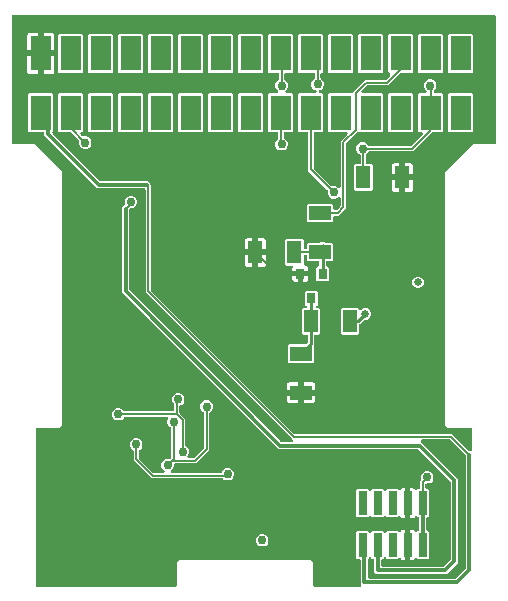
<source format=gbr>
G04 EAGLE Gerber RS-274X export*
G75*
%MOMM*%
%FSLAX34Y34*%
%LPD*%
%INTop Copper*%
%IPPOS*%
%AMOC8*
5,1,8,0,0,1.08239X$1,22.5*%
G01*
%ADD10R,1.800000X3.000000*%
%ADD11R,0.760000X2.050000*%
%ADD12R,1.270000X1.905000*%
%ADD13R,0.800000X0.900000*%
%ADD14R,1.905000X1.270000*%
%ADD15C,0.304800*%
%ADD16C,0.756400*%
%ADD17C,0.152400*%
%ADD18C,0.660400*%
%ADD19C,0.228600*%

G36*
X122038Y3826D02*
X122038Y3826D01*
X122157Y3833D01*
X122195Y3846D01*
X122236Y3851D01*
X122346Y3894D01*
X122459Y3931D01*
X122494Y3953D01*
X122531Y3968D01*
X122627Y4037D01*
X122728Y4101D01*
X122756Y4131D01*
X122789Y4154D01*
X122865Y4246D01*
X122946Y4333D01*
X122966Y4368D01*
X122991Y4399D01*
X123042Y4507D01*
X123100Y4611D01*
X123110Y4651D01*
X123127Y4687D01*
X123149Y4804D01*
X123179Y4919D01*
X123183Y4979D01*
X123187Y4999D01*
X123185Y5020D01*
X123189Y5080D01*
X123189Y24078D01*
X125422Y26311D01*
X236578Y26311D01*
X238811Y24078D01*
X238811Y5080D01*
X238826Y4962D01*
X238833Y4843D01*
X238846Y4805D01*
X238851Y4764D01*
X238894Y4654D01*
X238931Y4541D01*
X238953Y4506D01*
X238968Y4469D01*
X239037Y4373D01*
X239101Y4272D01*
X239131Y4244D01*
X239154Y4211D01*
X239246Y4135D01*
X239333Y4054D01*
X239368Y4034D01*
X239399Y4009D01*
X239507Y3958D01*
X239611Y3900D01*
X239651Y3890D01*
X239687Y3873D01*
X239804Y3851D01*
X239919Y3821D01*
X239979Y3817D01*
X239999Y3813D01*
X240020Y3815D01*
X240080Y3811D01*
X278373Y3811D01*
X278511Y3828D01*
X278650Y3841D01*
X278669Y3848D01*
X278689Y3851D01*
X278819Y3902D01*
X278949Y3949D01*
X278966Y3960D01*
X278985Y3968D01*
X279097Y4049D01*
X279212Y4127D01*
X279226Y4143D01*
X279242Y4154D01*
X279331Y4262D01*
X279423Y4366D01*
X279432Y4384D01*
X279445Y4399D01*
X279504Y4525D01*
X279567Y4649D01*
X279572Y4669D01*
X279580Y4687D01*
X279606Y4824D01*
X279637Y4959D01*
X279636Y4980D01*
X279640Y4999D01*
X279632Y5138D01*
X279627Y5277D01*
X279622Y5297D01*
X279620Y5317D01*
X279578Y5449D01*
X279539Y5583D01*
X279529Y5600D01*
X279522Y5619D01*
X279448Y5737D01*
X279377Y5857D01*
X279359Y5878D01*
X279352Y5888D01*
X279337Y5902D01*
X279271Y5977D01*
X278891Y6357D01*
X278891Y26106D01*
X278876Y26224D01*
X278869Y26343D01*
X278856Y26381D01*
X278851Y26422D01*
X278808Y26532D01*
X278771Y26645D01*
X278749Y26680D01*
X278734Y26717D01*
X278665Y26813D01*
X278601Y26914D01*
X278571Y26942D01*
X278548Y26975D01*
X278456Y27051D01*
X278369Y27132D01*
X278334Y27152D01*
X278303Y27177D01*
X278195Y27228D01*
X278091Y27286D01*
X278051Y27296D01*
X278015Y27313D01*
X277898Y27335D01*
X277783Y27365D01*
X277723Y27369D01*
X277703Y27373D01*
X277682Y27371D01*
X277622Y27375D01*
X276238Y27375D01*
X275345Y28268D01*
X275345Y50032D01*
X276238Y50925D01*
X285102Y50925D01*
X286122Y49904D01*
X286217Y49831D01*
X286306Y49752D01*
X286342Y49734D01*
X286374Y49709D01*
X286483Y49662D01*
X286589Y49607D01*
X286628Y49599D01*
X286666Y49583D01*
X286783Y49564D01*
X286899Y49538D01*
X286940Y49539D01*
X286980Y49533D01*
X287098Y49544D01*
X287217Y49547D01*
X287256Y49559D01*
X287296Y49562D01*
X287409Y49603D01*
X287523Y49636D01*
X287557Y49656D01*
X287596Y49670D01*
X287694Y49737D01*
X287797Y49797D01*
X287842Y49837D01*
X287859Y49849D01*
X287872Y49864D01*
X287917Y49904D01*
X288938Y50925D01*
X297802Y50925D01*
X298822Y49904D01*
X298917Y49831D01*
X299006Y49752D01*
X299042Y49734D01*
X299074Y49709D01*
X299183Y49662D01*
X299289Y49607D01*
X299328Y49599D01*
X299366Y49583D01*
X299483Y49564D01*
X299599Y49538D01*
X299640Y49539D01*
X299680Y49533D01*
X299798Y49544D01*
X299917Y49547D01*
X299956Y49559D01*
X299996Y49562D01*
X300109Y49603D01*
X300223Y49636D01*
X300257Y49656D01*
X300296Y49670D01*
X300394Y49737D01*
X300497Y49797D01*
X300542Y49837D01*
X300559Y49849D01*
X300572Y49864D01*
X300617Y49904D01*
X301638Y50925D01*
X310502Y50925D01*
X310863Y50563D01*
X310962Y50487D01*
X311057Y50404D01*
X311088Y50389D01*
X311114Y50368D01*
X311230Y50318D01*
X311342Y50262D01*
X311375Y50255D01*
X311406Y50242D01*
X311531Y50222D01*
X311653Y50196D01*
X311687Y50197D01*
X311720Y50192D01*
X311846Y50204D01*
X311971Y50209D01*
X312003Y50219D01*
X312037Y50222D01*
X312155Y50265D01*
X312276Y50301D01*
X312304Y50318D01*
X312336Y50330D01*
X312440Y50400D01*
X312548Y50465D01*
X312571Y50489D01*
X312599Y50508D01*
X312682Y50602D01*
X312771Y50692D01*
X312798Y50733D01*
X312810Y50747D01*
X312819Y50766D01*
X312860Y50826D01*
X312937Y50960D01*
X313410Y51433D01*
X313989Y51768D01*
X314636Y51941D01*
X316871Y51941D01*
X316871Y39780D01*
X316886Y39662D01*
X316893Y39543D01*
X316905Y39505D01*
X316911Y39465D01*
X316954Y39354D01*
X316991Y39241D01*
X317013Y39207D01*
X317028Y39169D01*
X317043Y39147D01*
X317018Y39093D01*
X316960Y38988D01*
X316950Y38949D01*
X316933Y38913D01*
X316911Y38796D01*
X316881Y38680D01*
X316877Y38620D01*
X316873Y38600D01*
X316875Y38580D01*
X316871Y38520D01*
X316871Y26359D01*
X314636Y26359D01*
X313989Y26532D01*
X313410Y26867D01*
X312937Y27340D01*
X312860Y27474D01*
X312784Y27574D01*
X312713Y27678D01*
X312688Y27700D01*
X312667Y27727D01*
X312569Y27805D01*
X312475Y27888D01*
X312445Y27904D01*
X312418Y27925D01*
X312303Y27976D01*
X312191Y28033D01*
X312159Y28040D01*
X312128Y28054D01*
X312004Y28075D01*
X311881Y28103D01*
X311847Y28102D01*
X311814Y28107D01*
X311689Y28097D01*
X311563Y28093D01*
X311531Y28084D01*
X311497Y28081D01*
X311379Y28040D01*
X311258Y28005D01*
X311229Y27987D01*
X311197Y27976D01*
X311092Y27907D01*
X310984Y27843D01*
X310947Y27811D01*
X310932Y27801D01*
X310917Y27785D01*
X310863Y27737D01*
X310502Y27375D01*
X301638Y27375D01*
X300617Y28396D01*
X300523Y28469D01*
X300434Y28548D01*
X300398Y28566D01*
X300366Y28591D01*
X300257Y28639D01*
X300151Y28693D01*
X300112Y28701D01*
X300074Y28717D01*
X299957Y28736D01*
X299841Y28762D01*
X299800Y28761D01*
X299760Y28767D01*
X299642Y28756D01*
X299523Y28753D01*
X299484Y28741D01*
X299444Y28738D01*
X299332Y28697D01*
X299217Y28664D01*
X299182Y28644D01*
X299144Y28630D01*
X299046Y28563D01*
X298943Y28503D01*
X298898Y28463D01*
X298881Y28451D01*
X298868Y28436D01*
X298822Y28396D01*
X297802Y27375D01*
X297688Y27375D01*
X297570Y27360D01*
X297451Y27353D01*
X297413Y27340D01*
X297372Y27335D01*
X297262Y27292D01*
X297149Y27255D01*
X297114Y27233D01*
X297077Y27218D01*
X296981Y27149D01*
X296880Y27085D01*
X296852Y27055D01*
X296819Y27032D01*
X296743Y26940D01*
X296662Y26853D01*
X296642Y26818D01*
X296617Y26787D01*
X296566Y26679D01*
X296508Y26575D01*
X296498Y26535D01*
X296481Y26499D01*
X296459Y26382D01*
X296429Y26267D01*
X296425Y26207D01*
X296421Y26187D01*
X296423Y26166D01*
X296419Y26106D01*
X296419Y22098D01*
X296434Y21980D01*
X296441Y21861D01*
X296454Y21823D01*
X296459Y21782D01*
X296502Y21672D01*
X296539Y21559D01*
X296561Y21524D01*
X296576Y21487D01*
X296645Y21391D01*
X296709Y21290D01*
X296739Y21262D01*
X296762Y21229D01*
X296854Y21153D01*
X296941Y21072D01*
X296976Y21052D01*
X297007Y21027D01*
X297115Y20976D01*
X297219Y20918D01*
X297259Y20908D01*
X297295Y20891D01*
X297412Y20869D01*
X297527Y20839D01*
X297587Y20835D01*
X297607Y20831D01*
X297628Y20833D01*
X297688Y20829D01*
X348731Y20829D01*
X348830Y20841D01*
X348929Y20844D01*
X348987Y20861D01*
X349047Y20869D01*
X349139Y20905D01*
X349234Y20933D01*
X349286Y20963D01*
X349343Y20986D01*
X349423Y21044D01*
X349508Y21094D01*
X349583Y21160D01*
X349600Y21172D01*
X349608Y21182D01*
X349629Y21200D01*
X354720Y26291D01*
X354780Y26369D01*
X354848Y26441D01*
X354877Y26494D01*
X354914Y26542D01*
X354954Y26633D01*
X355002Y26720D01*
X355017Y26779D01*
X355041Y26834D01*
X355056Y26932D01*
X355081Y27028D01*
X355087Y27128D01*
X355091Y27148D01*
X355089Y27161D01*
X355091Y27189D01*
X355091Y92191D01*
X355079Y92290D01*
X355076Y92389D01*
X355059Y92447D01*
X355051Y92507D01*
X355015Y92599D01*
X354987Y92694D01*
X354957Y92746D01*
X354934Y92803D01*
X354876Y92883D01*
X354826Y92968D01*
X354760Y93043D01*
X354748Y93060D01*
X354738Y93068D01*
X354720Y93089D01*
X328039Y119770D01*
X327961Y119830D01*
X327889Y119898D01*
X327836Y119927D01*
X327788Y119964D01*
X327697Y120004D01*
X327610Y120052D01*
X327551Y120067D01*
X327496Y120091D01*
X327398Y120106D01*
X327302Y120131D01*
X327202Y120137D01*
X327182Y120141D01*
X327169Y120139D01*
X327141Y120141D01*
X209716Y120141D01*
X76961Y252896D01*
X76961Y325113D01*
X78903Y327054D01*
X78921Y327078D01*
X78944Y327097D01*
X79018Y327203D01*
X79098Y327306D01*
X79110Y327333D01*
X79127Y327357D01*
X79172Y327478D01*
X79224Y327598D01*
X79229Y327627D01*
X79239Y327654D01*
X79254Y327783D01*
X79274Y327912D01*
X79271Y327941D01*
X79275Y327970D01*
X79256Y328099D01*
X79244Y328228D01*
X79234Y328256D01*
X79230Y328285D01*
X79178Y328438D01*
X79148Y328509D01*
X79148Y330621D01*
X79956Y332571D01*
X81449Y334064D01*
X83399Y334872D01*
X85511Y334872D01*
X87461Y334064D01*
X88954Y332571D01*
X89762Y330621D01*
X89762Y328509D01*
X88954Y326559D01*
X87461Y325066D01*
X85511Y324258D01*
X84328Y324258D01*
X84210Y324243D01*
X84091Y324236D01*
X84053Y324223D01*
X84012Y324218D01*
X83902Y324175D01*
X83789Y324138D01*
X83754Y324116D01*
X83717Y324101D01*
X83621Y324032D01*
X83520Y323968D01*
X83492Y323938D01*
X83459Y323915D01*
X83383Y323823D01*
X83302Y323736D01*
X83282Y323701D01*
X83257Y323670D01*
X83206Y323562D01*
X83148Y323458D01*
X83138Y323418D01*
X83121Y323382D01*
X83099Y323265D01*
X83069Y323150D01*
X83065Y323090D01*
X83061Y323070D01*
X83063Y323049D01*
X83059Y322989D01*
X83059Y255947D01*
X83071Y255849D01*
X83074Y255750D01*
X83091Y255692D01*
X83099Y255632D01*
X83135Y255540D01*
X83163Y255445D01*
X83193Y255392D01*
X83216Y255336D01*
X83274Y255256D01*
X83324Y255171D01*
X83390Y255095D01*
X83402Y255079D01*
X83412Y255071D01*
X83430Y255050D01*
X211870Y126610D01*
X211948Y126550D01*
X212020Y126482D01*
X212073Y126453D01*
X212121Y126416D01*
X212212Y126376D01*
X212299Y126328D01*
X212357Y126313D01*
X212413Y126289D01*
X212511Y126274D01*
X212607Y126249D01*
X212707Y126243D01*
X212727Y126239D01*
X212739Y126241D01*
X212767Y126239D01*
X220523Y126239D01*
X220661Y126256D01*
X220799Y126269D01*
X220819Y126276D01*
X220839Y126279D01*
X220968Y126330D01*
X221099Y126377D01*
X221116Y126388D01*
X221134Y126396D01*
X221247Y126477D01*
X221362Y126555D01*
X221375Y126571D01*
X221392Y126582D01*
X221481Y126690D01*
X221572Y126794D01*
X221582Y126812D01*
X221594Y126827D01*
X221654Y126953D01*
X221717Y127077D01*
X221721Y127097D01*
X221730Y127115D01*
X221756Y127251D01*
X221787Y127387D01*
X221786Y127408D01*
X221790Y127427D01*
X221781Y127566D01*
X221777Y127705D01*
X221771Y127725D01*
X221770Y127745D01*
X221727Y127877D01*
X221689Y128011D01*
X221678Y128028D01*
X221672Y128047D01*
X221598Y128165D01*
X221527Y128285D01*
X221508Y128306D01*
X221502Y128316D01*
X221487Y128330D01*
X221421Y128405D01*
X98485Y251342D01*
X96773Y253053D01*
X96773Y339852D01*
X96758Y339970D01*
X96751Y340089D01*
X96738Y340127D01*
X96733Y340168D01*
X96690Y340278D01*
X96653Y340391D01*
X96631Y340426D01*
X96616Y340463D01*
X96547Y340559D01*
X96483Y340660D01*
X96453Y340688D01*
X96430Y340721D01*
X96338Y340797D01*
X96251Y340878D01*
X96216Y340898D01*
X96185Y340923D01*
X96077Y340974D01*
X95973Y341032D01*
X95933Y341042D01*
X95897Y341059D01*
X95780Y341081D01*
X95665Y341111D01*
X95605Y341115D01*
X95585Y341119D01*
X95564Y341117D01*
X95504Y341121D01*
X55887Y341121D01*
X10921Y386087D01*
X10921Y387486D01*
X10906Y387604D01*
X10899Y387723D01*
X10886Y387761D01*
X10881Y387802D01*
X10838Y387912D01*
X10801Y388025D01*
X10779Y388060D01*
X10764Y388097D01*
X10695Y388193D01*
X10631Y388294D01*
X10601Y388322D01*
X10578Y388355D01*
X10486Y388431D01*
X10399Y388512D01*
X10364Y388532D01*
X10333Y388557D01*
X10225Y388608D01*
X10121Y388666D01*
X10081Y388676D01*
X10045Y388693D01*
X9928Y388715D01*
X9813Y388745D01*
X9753Y388749D01*
X9733Y388753D01*
X9712Y388751D01*
X9652Y388755D01*
X-1502Y388755D01*
X-2395Y389648D01*
X-2395Y420912D01*
X-1502Y421805D01*
X17762Y421805D01*
X18655Y420912D01*
X18655Y389648D01*
X18216Y389210D01*
X18143Y389116D01*
X18065Y389027D01*
X18046Y388991D01*
X18021Y388959D01*
X17974Y388849D01*
X17920Y388744D01*
X17911Y388704D01*
X17895Y388667D01*
X17876Y388549D01*
X17850Y388433D01*
X17852Y388393D01*
X17845Y388353D01*
X17856Y388234D01*
X17860Y388115D01*
X17871Y388077D01*
X17875Y388036D01*
X17915Y387924D01*
X17948Y387810D01*
X17969Y387775D01*
X17983Y387737D01*
X18050Y387639D01*
X18110Y387536D01*
X18150Y387491D01*
X18161Y387474D01*
X18177Y387460D01*
X18216Y387415D01*
X58041Y347590D01*
X58119Y347530D01*
X58191Y347462D01*
X58244Y347433D01*
X58292Y347396D01*
X58383Y347356D01*
X58470Y347308D01*
X58529Y347293D01*
X58584Y347269D01*
X58682Y347254D01*
X58778Y347229D01*
X58878Y347223D01*
X58898Y347219D01*
X58911Y347221D01*
X58939Y347219D01*
X99053Y347219D01*
X100839Y345433D01*
X100839Y344881D01*
X100851Y344783D01*
X100854Y344684D01*
X100871Y344626D01*
X100879Y344565D01*
X100915Y344473D01*
X100943Y344378D01*
X100973Y344326D01*
X100996Y344270D01*
X101054Y344190D01*
X101104Y344104D01*
X101170Y344029D01*
X101182Y344012D01*
X101192Y344005D01*
X101210Y343983D01*
X101347Y343847D01*
X101347Y255473D01*
X101359Y255375D01*
X101362Y255276D01*
X101379Y255218D01*
X101387Y255157D01*
X101423Y255065D01*
X101451Y254970D01*
X101481Y254918D01*
X101504Y254862D01*
X101562Y254782D01*
X101612Y254696D01*
X101678Y254621D01*
X101690Y254604D01*
X101700Y254597D01*
X101718Y254575D01*
X222825Y133468D01*
X222904Y133408D01*
X222976Y133340D01*
X223029Y133311D01*
X223077Y133274D01*
X223168Y133234D01*
X223254Y133186D01*
X223313Y133171D01*
X223369Y133147D01*
X223467Y133132D01*
X223562Y133107D01*
X223662Y133101D01*
X223683Y133097D01*
X223695Y133099D01*
X223723Y133097D01*
X356547Y133097D01*
X370653Y118990D01*
X370732Y118930D01*
X370804Y118862D01*
X370857Y118833D01*
X370905Y118796D01*
X370996Y118756D01*
X371082Y118708D01*
X371141Y118693D01*
X371197Y118669D01*
X371295Y118654D01*
X371390Y118629D01*
X371490Y118623D01*
X371511Y118619D01*
X371523Y118621D01*
X371551Y118619D01*
X371920Y118619D01*
X372038Y118634D01*
X372157Y118641D01*
X372195Y118654D01*
X372236Y118659D01*
X372346Y118702D01*
X372459Y118739D01*
X372494Y118761D01*
X372531Y118776D01*
X372627Y118845D01*
X372728Y118909D01*
X372756Y118939D01*
X372789Y118962D01*
X372865Y119054D01*
X372946Y119141D01*
X372966Y119176D01*
X372991Y119207D01*
X373042Y119315D01*
X373100Y119419D01*
X373110Y119459D01*
X373127Y119495D01*
X373149Y119612D01*
X373179Y119727D01*
X373183Y119787D01*
X373187Y119807D01*
X373185Y119828D01*
X373189Y119888D01*
X373189Y136920D01*
X373174Y137038D01*
X373167Y137157D01*
X373154Y137195D01*
X373149Y137236D01*
X373106Y137346D01*
X373069Y137459D01*
X373047Y137494D01*
X373032Y137531D01*
X372963Y137627D01*
X372899Y137728D01*
X372869Y137756D01*
X372846Y137789D01*
X372754Y137865D01*
X372667Y137946D01*
X372632Y137966D01*
X372601Y137991D01*
X372493Y138042D01*
X372389Y138100D01*
X372349Y138110D01*
X372313Y138127D01*
X372196Y138149D01*
X372081Y138179D01*
X372021Y138183D01*
X372001Y138187D01*
X371980Y138185D01*
X371920Y138189D01*
X352922Y138189D01*
X350689Y140422D01*
X350689Y249899D01*
X350689Y249900D01*
X350689Y249902D01*
X350473Y351218D01*
X350461Y351312D01*
X350458Y351406D01*
X350457Y351413D01*
X350468Y353307D01*
X350468Y353310D01*
X350468Y353318D01*
X350465Y354895D01*
X351586Y356002D01*
X351588Y356005D01*
X351594Y356010D01*
X352939Y357361D01*
X352959Y357373D01*
X353044Y357446D01*
X353058Y357457D01*
X353065Y357465D01*
X353081Y357479D01*
X373061Y377215D01*
X373063Y377217D01*
X373067Y377220D01*
X374181Y378334D01*
X375758Y378325D01*
X375761Y378325D01*
X375766Y378325D01*
X391920Y378325D01*
X392038Y378340D01*
X392157Y378347D01*
X392195Y378360D01*
X392236Y378365D01*
X392346Y378408D01*
X392459Y378445D01*
X392494Y378467D01*
X392531Y378482D01*
X392627Y378551D01*
X392728Y378615D01*
X392756Y378645D01*
X392789Y378668D01*
X392865Y378760D01*
X392946Y378847D01*
X392966Y378882D01*
X392991Y378913D01*
X393042Y379021D01*
X393100Y379125D01*
X393110Y379165D01*
X393127Y379201D01*
X393149Y379318D01*
X393179Y379433D01*
X393183Y379493D01*
X393187Y379513D01*
X393185Y379534D01*
X393189Y379594D01*
X393189Y486920D01*
X393174Y487038D01*
X393167Y487157D01*
X393154Y487195D01*
X393149Y487236D01*
X393106Y487346D01*
X393069Y487459D01*
X393047Y487494D01*
X393032Y487531D01*
X392963Y487627D01*
X392899Y487728D01*
X392869Y487756D01*
X392846Y487789D01*
X392754Y487865D01*
X392667Y487946D01*
X392632Y487966D01*
X392601Y487991D01*
X392493Y488042D01*
X392389Y488100D01*
X392349Y488110D01*
X392313Y488127D01*
X392196Y488149D01*
X392081Y488179D01*
X392021Y488183D01*
X392001Y488187D01*
X391980Y488185D01*
X391920Y488189D01*
X-14920Y488189D01*
X-15038Y488174D01*
X-15157Y488167D01*
X-15195Y488154D01*
X-15236Y488149D01*
X-15346Y488106D01*
X-15459Y488069D01*
X-15494Y488047D01*
X-15531Y488032D01*
X-15627Y487963D01*
X-15728Y487899D01*
X-15756Y487869D01*
X-15789Y487846D01*
X-15865Y487754D01*
X-15946Y487667D01*
X-15966Y487632D01*
X-15991Y487601D01*
X-16042Y487493D01*
X-16100Y487389D01*
X-16110Y487349D01*
X-16127Y487313D01*
X-16149Y487196D01*
X-16179Y487081D01*
X-16183Y487021D01*
X-16187Y487001D01*
X-16185Y486980D01*
X-16189Y486920D01*
X-16189Y379594D01*
X-16174Y379476D01*
X-16167Y379357D01*
X-16154Y379319D01*
X-16149Y379278D01*
X-16106Y379168D01*
X-16069Y379055D01*
X-16047Y379020D01*
X-16032Y378983D01*
X-15963Y378887D01*
X-15899Y378786D01*
X-15869Y378758D01*
X-15846Y378725D01*
X-15754Y378649D01*
X-15667Y378568D01*
X-15632Y378548D01*
X-15601Y378523D01*
X-15493Y378472D01*
X-15389Y378414D01*
X-15349Y378404D01*
X-15313Y378387D01*
X-15196Y378365D01*
X-15081Y378335D01*
X-15021Y378331D01*
X-15001Y378327D01*
X-14980Y378329D01*
X-14920Y378325D01*
X1220Y378325D01*
X1225Y378325D01*
X1235Y378325D01*
X2810Y378343D01*
X3923Y377230D01*
X3927Y377227D01*
X3934Y377220D01*
X23683Y357926D01*
X23756Y357871D01*
X23822Y357808D01*
X23851Y357792D01*
X25172Y356471D01*
X25176Y356468D01*
X25183Y356460D01*
X26311Y355359D01*
X26311Y353784D01*
X26311Y353779D01*
X26311Y353769D01*
X26333Y351891D01*
X26321Y351845D01*
X26313Y351727D01*
X26311Y351710D01*
X26312Y351702D01*
X26311Y351684D01*
X26311Y140422D01*
X24078Y138189D01*
X5080Y138189D01*
X4962Y138174D01*
X4843Y138167D01*
X4805Y138154D01*
X4764Y138149D01*
X4654Y138106D01*
X4541Y138069D01*
X4506Y138047D01*
X4469Y138032D01*
X4373Y137963D01*
X4272Y137899D01*
X4244Y137869D01*
X4211Y137846D01*
X4135Y137754D01*
X4054Y137667D01*
X4034Y137632D01*
X4009Y137601D01*
X3958Y137493D01*
X3900Y137389D01*
X3890Y137349D01*
X3873Y137313D01*
X3851Y137196D01*
X3821Y137081D01*
X3817Y137021D01*
X3813Y137001D01*
X3815Y136980D01*
X3811Y136920D01*
X3811Y5080D01*
X3826Y4962D01*
X3833Y4843D01*
X3846Y4805D01*
X3851Y4764D01*
X3894Y4654D01*
X3931Y4541D01*
X3953Y4506D01*
X3968Y4469D01*
X4037Y4373D01*
X4101Y4272D01*
X4131Y4244D01*
X4154Y4211D01*
X4246Y4135D01*
X4333Y4054D01*
X4368Y4034D01*
X4399Y4009D01*
X4507Y3958D01*
X4611Y3900D01*
X4651Y3890D01*
X4687Y3873D01*
X4804Y3851D01*
X4919Y3821D01*
X4979Y3817D01*
X4999Y3813D01*
X5020Y3815D01*
X5080Y3811D01*
X121920Y3811D01*
X122038Y3826D01*
G37*
%LPC*%
G36*
X234699Y312419D02*
X234699Y312419D01*
X233806Y313312D01*
X233806Y327276D01*
X234699Y328169D01*
X255013Y328169D01*
X255906Y327276D01*
X255906Y323850D01*
X255921Y323732D01*
X255928Y323613D01*
X255941Y323575D01*
X255946Y323534D01*
X255989Y323424D01*
X256026Y323311D01*
X256048Y323276D01*
X256063Y323239D01*
X256132Y323143D01*
X256196Y323042D01*
X256226Y323014D01*
X256249Y322981D01*
X256341Y322905D01*
X256428Y322824D01*
X256463Y322804D01*
X256494Y322779D01*
X256602Y322728D01*
X256706Y322670D01*
X256746Y322660D01*
X256782Y322643D01*
X256899Y322621D01*
X257014Y322591D01*
X257074Y322587D01*
X257094Y322583D01*
X257115Y322585D01*
X257175Y322581D01*
X257861Y322581D01*
X257959Y322593D01*
X258058Y322596D01*
X258116Y322613D01*
X258177Y322621D01*
X258269Y322657D01*
X258364Y322685D01*
X258416Y322715D01*
X258472Y322738D01*
X258552Y322796D01*
X258638Y322846D01*
X258713Y322912D01*
X258730Y322924D01*
X258737Y322934D01*
X258759Y322952D01*
X261502Y325695D01*
X261562Y325774D01*
X261630Y325846D01*
X261659Y325899D01*
X261696Y325947D01*
X261736Y326038D01*
X261784Y326124D01*
X261799Y326183D01*
X261823Y326239D01*
X261838Y326337D01*
X261863Y326432D01*
X261869Y326532D01*
X261873Y326553D01*
X261871Y326565D01*
X261873Y326593D01*
X261873Y332584D01*
X261856Y332722D01*
X261853Y332756D01*
X261851Y332783D01*
X261850Y332787D01*
X261843Y332861D01*
X261836Y332880D01*
X261833Y332900D01*
X261782Y333029D01*
X261735Y333160D01*
X261724Y333177D01*
X261716Y333195D01*
X261635Y333308D01*
X261557Y333423D01*
X261541Y333436D01*
X261530Y333453D01*
X261422Y333542D01*
X261318Y333633D01*
X261300Y333643D01*
X261285Y333656D01*
X261159Y333715D01*
X261035Y333778D01*
X261015Y333783D01*
X260997Y333791D01*
X260861Y333817D01*
X260725Y333848D01*
X260704Y333847D01*
X260685Y333851D01*
X260546Y333842D01*
X260407Y333838D01*
X260387Y333832D01*
X260367Y333831D01*
X260235Y333788D01*
X260101Y333750D01*
X260084Y333739D01*
X260065Y333733D01*
X259947Y333659D01*
X259827Y333588D01*
X259806Y333569D01*
X259796Y333563D01*
X259782Y333548D01*
X259706Y333482D01*
X259292Y333067D01*
X257342Y332259D01*
X255230Y332259D01*
X253280Y333067D01*
X251787Y334560D01*
X250979Y336510D01*
X250979Y338636D01*
X251002Y338739D01*
X251037Y338864D01*
X251037Y338894D01*
X251044Y338922D01*
X251040Y339052D01*
X251042Y339182D01*
X251035Y339211D01*
X251034Y339240D01*
X250998Y339365D01*
X250967Y339491D01*
X250954Y339517D01*
X250945Y339546D01*
X250880Y339658D01*
X250819Y339772D01*
X250799Y339794D01*
X250784Y339820D01*
X250678Y339941D01*
X234443Y356175D01*
X234443Y387486D01*
X234428Y387604D01*
X234421Y387723D01*
X234408Y387761D01*
X234403Y387802D01*
X234360Y387912D01*
X234323Y388025D01*
X234301Y388060D01*
X234286Y388097D01*
X234217Y388193D01*
X234153Y388294D01*
X234123Y388322D01*
X234100Y388355D01*
X234008Y388431D01*
X233921Y388512D01*
X233886Y388532D01*
X233855Y388557D01*
X233747Y388608D01*
X233643Y388666D01*
X233603Y388676D01*
X233567Y388693D01*
X233450Y388715D01*
X233335Y388745D01*
X233275Y388749D01*
X233255Y388753D01*
X233234Y388751D01*
X233174Y388755D01*
X227098Y388755D01*
X226205Y389648D01*
X226205Y420912D01*
X227098Y421805D01*
X240321Y421805D01*
X240390Y421813D01*
X240460Y421812D01*
X240547Y421833D01*
X240636Y421845D01*
X240701Y421870D01*
X240769Y421887D01*
X240848Y421929D01*
X240932Y421962D01*
X240988Y422003D01*
X241050Y422035D01*
X241116Y422096D01*
X241189Y422148D01*
X241234Y422202D01*
X241285Y422249D01*
X241335Y422324D01*
X241392Y422393D01*
X241422Y422457D01*
X241460Y422515D01*
X241489Y422600D01*
X241527Y422681D01*
X241541Y422750D01*
X241563Y422816D01*
X241570Y422905D01*
X241587Y422993D01*
X241583Y423063D01*
X241588Y423133D01*
X241573Y423221D01*
X241567Y423311D01*
X241546Y423377D01*
X241534Y423446D01*
X241497Y423528D01*
X241469Y423613D01*
X241432Y423672D01*
X241403Y423736D01*
X241347Y423806D01*
X241299Y423882D01*
X241248Y423930D01*
X241205Y423984D01*
X241133Y424039D01*
X241068Y424100D01*
X241007Y424134D01*
X240951Y424176D01*
X240806Y424247D01*
X239564Y424761D01*
X238071Y426254D01*
X237263Y428204D01*
X237263Y430316D01*
X238071Y432266D01*
X239574Y433769D01*
X239663Y433826D01*
X239776Y433890D01*
X239797Y433910D01*
X239822Y433926D01*
X239911Y434021D01*
X240004Y434111D01*
X240020Y434136D01*
X240040Y434158D01*
X240103Y434271D01*
X240171Y434382D01*
X240179Y434410D01*
X240194Y434436D01*
X240226Y434562D01*
X240264Y434686D01*
X240266Y434716D01*
X240273Y434744D01*
X240283Y434905D01*
X240283Y437486D01*
X240268Y437604D01*
X240261Y437723D01*
X240248Y437761D01*
X240243Y437802D01*
X240200Y437912D01*
X240163Y438025D01*
X240141Y438060D01*
X240126Y438097D01*
X240057Y438193D01*
X239993Y438294D01*
X239963Y438322D01*
X239940Y438355D01*
X239848Y438431D01*
X239761Y438512D01*
X239726Y438532D01*
X239695Y438557D01*
X239587Y438608D01*
X239483Y438666D01*
X239443Y438676D01*
X239407Y438693D01*
X239290Y438715D01*
X239175Y438745D01*
X239115Y438749D01*
X239095Y438753D01*
X239074Y438751D01*
X239014Y438755D01*
X227098Y438755D01*
X226205Y439648D01*
X226205Y470912D01*
X227098Y471805D01*
X246362Y471805D01*
X247255Y470912D01*
X247255Y439648D01*
X246362Y438755D01*
X246126Y438755D01*
X246008Y438740D01*
X245889Y438733D01*
X245851Y438720D01*
X245810Y438715D01*
X245700Y438672D01*
X245587Y438635D01*
X245552Y438613D01*
X245515Y438598D01*
X245419Y438529D01*
X245318Y438465D01*
X245290Y438435D01*
X245257Y438412D01*
X245181Y438320D01*
X245100Y438233D01*
X245080Y438198D01*
X245055Y438167D01*
X245004Y438059D01*
X244946Y437955D01*
X244936Y437915D01*
X244919Y437879D01*
X244897Y437762D01*
X244867Y437647D01*
X244863Y437587D01*
X244859Y437567D01*
X244861Y437546D01*
X244857Y437486D01*
X244857Y434905D01*
X244860Y434875D01*
X244858Y434846D01*
X244880Y434718D01*
X244897Y434589D01*
X244907Y434562D01*
X244913Y434533D01*
X244966Y434414D01*
X245014Y434294D01*
X245031Y434270D01*
X245043Y434243D01*
X245124Y434141D01*
X245200Y434036D01*
X245223Y434017D01*
X245242Y433994D01*
X245345Y433916D01*
X245445Y433833D01*
X245472Y433821D01*
X245496Y433803D01*
X245566Y433768D01*
X247069Y432266D01*
X247877Y430316D01*
X247877Y428204D01*
X247069Y426254D01*
X245576Y424761D01*
X244334Y424247D01*
X244273Y424212D01*
X244208Y424186D01*
X244136Y424134D01*
X244058Y424089D01*
X244007Y424041D01*
X243951Y424000D01*
X243894Y423930D01*
X243829Y423868D01*
X243793Y423808D01*
X243748Y423755D01*
X243710Y423673D01*
X243663Y423597D01*
X243642Y423530D01*
X243613Y423467D01*
X243596Y423379D01*
X243569Y423293D01*
X243566Y423223D01*
X243553Y423154D01*
X243558Y423065D01*
X243554Y422975D01*
X243568Y422907D01*
X243573Y422837D01*
X243600Y422752D01*
X243618Y422664D01*
X243649Y422601D01*
X243671Y422535D01*
X243719Y422459D01*
X243758Y422378D01*
X243803Y422325D01*
X243841Y422266D01*
X243906Y422204D01*
X243964Y422136D01*
X244021Y422096D01*
X244072Y422048D01*
X244151Y422005D01*
X244224Y421953D01*
X244290Y421928D01*
X244351Y421894D01*
X244438Y421872D01*
X244522Y421840D01*
X244591Y421832D01*
X244659Y421815D01*
X244819Y421805D01*
X246362Y421805D01*
X247255Y420912D01*
X247255Y389648D01*
X246362Y388755D01*
X240286Y388755D01*
X240168Y388740D01*
X240049Y388733D01*
X240011Y388720D01*
X239970Y388715D01*
X239860Y388672D01*
X239747Y388635D01*
X239712Y388613D01*
X239675Y388598D01*
X239579Y388529D01*
X239478Y388465D01*
X239450Y388435D01*
X239417Y388412D01*
X239341Y388320D01*
X239260Y388233D01*
X239240Y388198D01*
X239215Y388167D01*
X239164Y388059D01*
X239106Y387955D01*
X239096Y387915D01*
X239079Y387879D01*
X239057Y387762D01*
X239027Y387647D01*
X239023Y387587D01*
X239019Y387567D01*
X239021Y387546D01*
X239017Y387486D01*
X239017Y358595D01*
X239029Y358497D01*
X239032Y358398D01*
X239049Y358340D01*
X239057Y358279D01*
X239093Y358187D01*
X239121Y358092D01*
X239151Y358040D01*
X239174Y357984D01*
X239232Y357904D01*
X239282Y357818D01*
X239348Y357743D01*
X239360Y357726D01*
X239370Y357719D01*
X239388Y357697D01*
X253911Y343174D01*
X253935Y343156D01*
X253954Y343134D01*
X254060Y343059D01*
X254163Y342980D01*
X254190Y342968D01*
X254214Y342951D01*
X254335Y342905D01*
X254455Y342853D01*
X254484Y342849D01*
X254511Y342838D01*
X254640Y342824D01*
X254769Y342803D01*
X254798Y342806D01*
X254827Y342803D01*
X254956Y342821D01*
X255085Y342833D01*
X255113Y342843D01*
X255142Y342847D01*
X255217Y342873D01*
X257342Y342873D01*
X259292Y342065D01*
X259706Y341650D01*
X259816Y341565D01*
X259923Y341476D01*
X259942Y341468D01*
X259958Y341455D01*
X260086Y341400D01*
X260211Y341341D01*
X260231Y341337D01*
X260250Y341329D01*
X260388Y341307D01*
X260524Y341281D01*
X260544Y341282D01*
X260564Y341279D01*
X260703Y341292D01*
X260841Y341301D01*
X260860Y341307D01*
X260880Y341309D01*
X261011Y341356D01*
X261143Y341399D01*
X261161Y341410D01*
X261180Y341417D01*
X261294Y341495D01*
X261412Y341569D01*
X261426Y341584D01*
X261443Y341595D01*
X261535Y341699D01*
X261630Y341801D01*
X261640Y341818D01*
X261653Y341834D01*
X261716Y341957D01*
X261784Y342079D01*
X261789Y342099D01*
X261798Y342117D01*
X261828Y342253D01*
X261863Y342387D01*
X261865Y342415D01*
X261868Y342427D01*
X261867Y342448D01*
X261873Y342548D01*
X261873Y381024D01*
X263585Y382736D01*
X267437Y386589D01*
X267523Y386698D01*
X267611Y386805D01*
X267620Y386824D01*
X267632Y386840D01*
X267688Y386967D01*
X267747Y387093D01*
X267751Y387113D01*
X267759Y387132D01*
X267781Y387270D01*
X267807Y387406D01*
X267805Y387426D01*
X267809Y387446D01*
X267796Y387585D01*
X267787Y387723D01*
X267781Y387742D01*
X267779Y387762D01*
X267732Y387894D01*
X267689Y388025D01*
X267678Y388043D01*
X267671Y388062D01*
X267593Y388177D01*
X267519Y388294D01*
X267504Y388308D01*
X267493Y388325D01*
X267388Y388417D01*
X267287Y388512D01*
X267269Y388522D01*
X267254Y388535D01*
X267130Y388599D01*
X267009Y388666D01*
X266989Y388671D01*
X266971Y388680D01*
X266835Y388710D01*
X266701Y388745D01*
X266673Y388747D01*
X266661Y388750D01*
X266640Y388749D01*
X266540Y388755D01*
X252498Y388755D01*
X251605Y389648D01*
X251605Y420912D01*
X252498Y421805D01*
X271130Y421805D01*
X271248Y421820D01*
X271367Y421827D01*
X271405Y421840D01*
X271446Y421845D01*
X271556Y421888D01*
X271669Y421925D01*
X271704Y421947D01*
X271741Y421962D01*
X271837Y422031D01*
X271938Y422095D01*
X271966Y422125D01*
X271999Y422148D01*
X272075Y422240D01*
X272156Y422327D01*
X272176Y422362D01*
X272201Y422393D01*
X272252Y422501D01*
X272310Y422605D01*
X272320Y422645D01*
X272337Y422681D01*
X272359Y422798D01*
X272389Y422913D01*
X272391Y422945D01*
X282263Y432817D01*
X299517Y432817D01*
X299615Y432829D01*
X299714Y432832D01*
X299772Y432849D01*
X299833Y432857D01*
X299925Y432893D01*
X300020Y432921D01*
X300072Y432951D01*
X300128Y432974D01*
X300208Y433032D01*
X300294Y433082D01*
X300369Y433148D01*
X300386Y433160D01*
X300386Y433161D01*
X300394Y433170D01*
X300415Y433188D01*
X303815Y436589D01*
X303900Y436698D01*
X303988Y436805D01*
X303997Y436824D01*
X304010Y436840D01*
X304065Y436968D01*
X304124Y437093D01*
X304128Y437113D01*
X304136Y437132D01*
X304158Y437270D01*
X304184Y437406D01*
X304183Y437426D01*
X304186Y437446D01*
X304173Y437585D01*
X304164Y437723D01*
X304158Y437742D01*
X304156Y437762D01*
X304109Y437894D01*
X304066Y438025D01*
X304055Y438043D01*
X304048Y438062D01*
X303970Y438177D01*
X303896Y438294D01*
X303881Y438308D01*
X303870Y438325D01*
X303765Y438417D01*
X303664Y438512D01*
X303647Y438522D01*
X303631Y438535D01*
X303507Y438599D01*
X303391Y438663D01*
X302405Y439648D01*
X302405Y470912D01*
X303298Y471805D01*
X322562Y471805D01*
X323455Y470912D01*
X323455Y439648D01*
X322562Y438755D01*
X312975Y438755D01*
X312877Y438743D01*
X312778Y438740D01*
X312720Y438723D01*
X312659Y438715D01*
X312567Y438679D01*
X312472Y438651D01*
X312420Y438621D01*
X312364Y438598D01*
X312284Y438540D01*
X312198Y438490D01*
X312123Y438424D01*
X312106Y438412D01*
X312099Y438402D01*
X312077Y438384D01*
X301937Y428243D01*
X284683Y428243D01*
X284585Y428231D01*
X284486Y428228D01*
X284428Y428211D01*
X284367Y428203D01*
X284275Y428167D01*
X284180Y428139D01*
X284128Y428109D01*
X284072Y428086D01*
X283992Y428028D01*
X283906Y427978D01*
X283831Y427912D01*
X283814Y427900D01*
X283807Y427890D01*
X283785Y427872D01*
X279885Y423971D01*
X279800Y423862D01*
X279712Y423755D01*
X279703Y423736D01*
X279690Y423720D01*
X279635Y423592D01*
X279576Y423467D01*
X279572Y423447D01*
X279564Y423428D01*
X279542Y423290D01*
X279516Y423154D01*
X279517Y423134D01*
X279514Y423114D01*
X279527Y422975D01*
X279536Y422837D01*
X279542Y422818D01*
X279544Y422798D01*
X279591Y422666D01*
X279634Y422535D01*
X279645Y422517D01*
X279652Y422498D01*
X279730Y422383D01*
X279804Y422266D01*
X279819Y422252D01*
X279830Y422235D01*
X279935Y422143D01*
X280036Y422048D01*
X280053Y422038D01*
X280069Y422025D01*
X280193Y421961D01*
X280314Y421894D01*
X280334Y421889D01*
X280352Y421880D01*
X280488Y421850D01*
X280622Y421815D01*
X280650Y421813D01*
X280662Y421810D01*
X280683Y421811D01*
X280783Y421805D01*
X297162Y421805D01*
X298055Y420912D01*
X298055Y389648D01*
X297162Y388755D01*
X277898Y388755D01*
X277883Y388771D01*
X277789Y388844D01*
X277699Y388923D01*
X277663Y388941D01*
X277632Y388966D01*
X277522Y389013D01*
X277416Y389067D01*
X277377Y389076D01*
X277340Y389092D01*
X277222Y389111D01*
X277106Y389137D01*
X277065Y389136D01*
X277026Y389142D01*
X276907Y389131D01*
X276788Y389127D01*
X276749Y389116D01*
X276709Y389112D01*
X276597Y389072D01*
X276483Y389039D01*
X276448Y389018D01*
X276410Y389005D01*
X276311Y388938D01*
X276209Y388877D01*
X276163Y388838D01*
X276147Y388826D01*
X276133Y388811D01*
X276088Y388771D01*
X266818Y379502D01*
X266758Y379423D01*
X266690Y379351D01*
X266661Y379298D01*
X266624Y379250D01*
X266584Y379159D01*
X266536Y379073D01*
X266521Y379014D01*
X266497Y378959D01*
X266482Y378861D01*
X266457Y378765D01*
X266451Y378665D01*
X266447Y378644D01*
X266449Y378632D01*
X266447Y378604D01*
X266447Y324173D01*
X264736Y322462D01*
X264735Y322462D01*
X260281Y318007D01*
X257175Y318007D01*
X257057Y317992D01*
X256938Y317985D01*
X256900Y317972D01*
X256859Y317967D01*
X256749Y317924D01*
X256636Y317887D01*
X256601Y317865D01*
X256564Y317850D01*
X256468Y317781D01*
X256367Y317717D01*
X256339Y317687D01*
X256306Y317664D01*
X256230Y317572D01*
X256149Y317485D01*
X256129Y317450D01*
X256104Y317419D01*
X256053Y317311D01*
X255995Y317207D01*
X255985Y317167D01*
X255968Y317131D01*
X255946Y317014D01*
X255916Y316899D01*
X255912Y316839D01*
X255908Y316819D01*
X255910Y316798D01*
X255906Y316738D01*
X255906Y313312D01*
X255013Y312419D01*
X234699Y312419D01*
G37*
%LPD*%
%LPC*%
G36*
X165314Y93753D02*
X165314Y93753D01*
X163364Y94561D01*
X162794Y95132D01*
X162715Y95192D01*
X162643Y95260D01*
X162590Y95289D01*
X162542Y95326D01*
X162451Y95366D01*
X162365Y95414D01*
X162306Y95429D01*
X162250Y95453D01*
X162153Y95468D01*
X162057Y95493D01*
X161957Y95499D01*
X161936Y95503D01*
X161924Y95501D01*
X161896Y95503D01*
X101923Y95503D01*
X86613Y110813D01*
X86613Y118815D01*
X86610Y118845D01*
X86612Y118874D01*
X86590Y119002D01*
X86573Y119131D01*
X86563Y119158D01*
X86557Y119187D01*
X86504Y119306D01*
X86456Y119426D01*
X86439Y119450D01*
X86427Y119477D01*
X86346Y119579D01*
X86270Y119684D01*
X86247Y119703D01*
X86228Y119726D01*
X86125Y119804D01*
X86025Y119887D01*
X85998Y119899D01*
X85974Y119917D01*
X85904Y119952D01*
X84401Y121454D01*
X83593Y123404D01*
X83593Y125516D01*
X84401Y127466D01*
X85894Y128959D01*
X87844Y129767D01*
X89956Y129767D01*
X91906Y128959D01*
X93399Y127466D01*
X94207Y125516D01*
X94207Y123404D01*
X93399Y121454D01*
X91896Y119951D01*
X91807Y119894D01*
X91694Y119830D01*
X91673Y119810D01*
X91648Y119794D01*
X91559Y119699D01*
X91466Y119609D01*
X91450Y119584D01*
X91430Y119562D01*
X91367Y119449D01*
X91299Y119338D01*
X91291Y119310D01*
X91276Y119284D01*
X91244Y119158D01*
X91206Y119034D01*
X91204Y119004D01*
X91197Y118976D01*
X91187Y118815D01*
X91187Y113233D01*
X91199Y113135D01*
X91202Y113036D01*
X91219Y112978D01*
X91227Y112917D01*
X91263Y112825D01*
X91291Y112730D01*
X91321Y112678D01*
X91344Y112622D01*
X91402Y112542D01*
X91452Y112456D01*
X91518Y112381D01*
X91530Y112364D01*
X91540Y112357D01*
X91558Y112335D01*
X103445Y100448D01*
X103524Y100388D01*
X103596Y100320D01*
X103649Y100291D01*
X103697Y100254D01*
X103788Y100214D01*
X103874Y100166D01*
X103933Y100151D01*
X103989Y100127D01*
X104087Y100112D01*
X104182Y100087D01*
X104282Y100081D01*
X104303Y100077D01*
X104315Y100079D01*
X104343Y100077D01*
X111604Y100077D01*
X111742Y100094D01*
X111881Y100107D01*
X111900Y100114D01*
X111920Y100117D01*
X112049Y100168D01*
X112180Y100215D01*
X112197Y100226D01*
X112215Y100234D01*
X112328Y100315D01*
X112443Y100393D01*
X112456Y100409D01*
X112473Y100420D01*
X112562Y100528D01*
X112653Y100632D01*
X112663Y100650D01*
X112676Y100665D01*
X112735Y100791D01*
X112798Y100915D01*
X112802Y100935D01*
X112811Y100953D01*
X112837Y101090D01*
X112868Y101225D01*
X112867Y101246D01*
X112871Y101265D01*
X112862Y101404D01*
X112858Y101543D01*
X112852Y101563D01*
X112851Y101583D01*
X112808Y101715D01*
X112770Y101849D01*
X112759Y101866D01*
X112753Y101885D01*
X112679Y102003D01*
X112608Y102123D01*
X112590Y102144D01*
X112583Y102154D01*
X112568Y102168D01*
X112502Y102243D01*
X111071Y103674D01*
X110263Y105624D01*
X110263Y107736D01*
X111071Y109686D01*
X112564Y111179D01*
X114514Y111987D01*
X116640Y111987D01*
X116743Y111964D01*
X116868Y111929D01*
X116898Y111929D01*
X116927Y111922D01*
X117057Y111926D01*
X117186Y111924D01*
X117215Y111931D01*
X117245Y111932D01*
X117369Y111968D01*
X117495Y111998D01*
X117522Y112012D01*
X117550Y112021D01*
X117662Y112087D01*
X117776Y112147D01*
X117798Y112167D01*
X117824Y112182D01*
X117945Y112289D01*
X117992Y112336D01*
X118011Y112360D01*
X118012Y112361D01*
X118013Y112363D01*
X118052Y112414D01*
X118120Y112486D01*
X118149Y112539D01*
X118187Y112587D01*
X118226Y112678D01*
X118274Y112764D01*
X118289Y112823D01*
X118313Y112879D01*
X118328Y112977D01*
X118353Y113072D01*
X118359Y113173D01*
X118363Y113193D01*
X118361Y113205D01*
X118363Y113233D01*
X118363Y137865D01*
X118360Y137895D01*
X118362Y137924D01*
X118340Y138052D01*
X118323Y138181D01*
X118313Y138208D01*
X118307Y138237D01*
X118254Y138356D01*
X118206Y138476D01*
X118189Y138500D01*
X118177Y138527D01*
X118096Y138629D01*
X118020Y138734D01*
X117997Y138753D01*
X117978Y138776D01*
X117875Y138854D01*
X117775Y138937D01*
X117748Y138949D01*
X117724Y138967D01*
X117654Y139002D01*
X116151Y140504D01*
X115343Y142454D01*
X115343Y144566D01*
X115862Y145818D01*
X115875Y145866D01*
X115896Y145911D01*
X115917Y146019D01*
X115946Y146125D01*
X115947Y146175D01*
X115956Y146224D01*
X115949Y146333D01*
X115951Y146443D01*
X115940Y146491D01*
X115936Y146541D01*
X115903Y146645D01*
X115877Y146752D01*
X115854Y146796D01*
X115838Y146843D01*
X115780Y146936D01*
X115728Y147033D01*
X115695Y147070D01*
X115668Y147112D01*
X115588Y147187D01*
X115514Y147269D01*
X115473Y147296D01*
X115437Y147330D01*
X115340Y147383D01*
X115249Y147443D01*
X115202Y147460D01*
X115158Y147484D01*
X115052Y147511D01*
X114948Y147547D01*
X114898Y147551D01*
X114850Y147563D01*
X114690Y147573D01*
X79305Y147573D01*
X79275Y147570D01*
X79246Y147572D01*
X79118Y147550D01*
X78989Y147533D01*
X78962Y147523D01*
X78933Y147517D01*
X78814Y147464D01*
X78694Y147416D01*
X78670Y147399D01*
X78643Y147387D01*
X78541Y147306D01*
X78436Y147230D01*
X78417Y147207D01*
X78394Y147188D01*
X78316Y147085D01*
X78233Y146985D01*
X78221Y146958D01*
X78203Y146934D01*
X78168Y146864D01*
X76666Y145361D01*
X74716Y144553D01*
X72604Y144553D01*
X70654Y145361D01*
X69161Y146854D01*
X68353Y148804D01*
X68353Y150916D01*
X69161Y152866D01*
X70654Y154359D01*
X72604Y155167D01*
X74716Y155167D01*
X76666Y154359D01*
X78169Y152856D01*
X78226Y152767D01*
X78290Y152654D01*
X78310Y152633D01*
X78326Y152608D01*
X78421Y152519D01*
X78511Y152426D01*
X78536Y152410D01*
X78558Y152390D01*
X78671Y152327D01*
X78782Y152259D01*
X78810Y152251D01*
X78836Y152236D01*
X78962Y152204D01*
X79086Y152166D01*
X79116Y152164D01*
X79144Y152157D01*
X79305Y152147D01*
X119634Y152147D01*
X119752Y152162D01*
X119871Y152169D01*
X119909Y152182D01*
X119950Y152187D01*
X120060Y152230D01*
X120173Y152267D01*
X120208Y152289D01*
X120245Y152304D01*
X120341Y152373D01*
X120442Y152437D01*
X120470Y152467D01*
X120503Y152490D01*
X120579Y152582D01*
X120660Y152669D01*
X120680Y152704D01*
X120705Y152735D01*
X120756Y152843D01*
X120814Y152947D01*
X120824Y152987D01*
X120841Y153023D01*
X120863Y153140D01*
X120893Y153255D01*
X120897Y153315D01*
X120901Y153335D01*
X120899Y153356D01*
X120903Y153416D01*
X120903Y158086D01*
X120891Y158184D01*
X120888Y158283D01*
X120871Y158342D01*
X120863Y158402D01*
X120827Y158494D01*
X120799Y158589D01*
X120769Y158641D01*
X120746Y158697D01*
X120688Y158777D01*
X120638Y158863D01*
X120572Y158938D01*
X120560Y158955D01*
X120550Y158962D01*
X120532Y158984D01*
X119961Y159554D01*
X119153Y161504D01*
X119153Y163616D01*
X119961Y165566D01*
X121454Y167059D01*
X123404Y167867D01*
X125516Y167867D01*
X127466Y167059D01*
X128959Y165566D01*
X129767Y163616D01*
X129767Y161504D01*
X128959Y159554D01*
X127466Y158061D01*
X126260Y157562D01*
X126235Y157547D01*
X126207Y157538D01*
X126097Y157469D01*
X125984Y157404D01*
X125963Y157384D01*
X125938Y157368D01*
X125849Y157273D01*
X125756Y157183D01*
X125740Y157158D01*
X125720Y157136D01*
X125657Y157023D01*
X125589Y156912D01*
X125581Y156884D01*
X125566Y156858D01*
X125534Y156732D01*
X125496Y156608D01*
X125494Y156578D01*
X125487Y156550D01*
X125477Y156389D01*
X125477Y151333D01*
X125489Y151235D01*
X125492Y151136D01*
X125509Y151077D01*
X125517Y151017D01*
X125553Y150925D01*
X125581Y150830D01*
X125611Y150778D01*
X125634Y150722D01*
X125692Y150642D01*
X125742Y150556D01*
X125808Y150481D01*
X125820Y150464D01*
X125830Y150457D01*
X125848Y150435D01*
X130557Y145727D01*
X130557Y123755D01*
X130560Y123725D01*
X130558Y123696D01*
X130580Y123568D01*
X130597Y123439D01*
X130607Y123412D01*
X130613Y123383D01*
X130666Y123264D01*
X130714Y123144D01*
X130731Y123120D01*
X130743Y123093D01*
X130824Y122991D01*
X130900Y122886D01*
X130923Y122867D01*
X130942Y122844D01*
X131045Y122766D01*
X131145Y122683D01*
X131172Y122671D01*
X131196Y122653D01*
X131266Y122618D01*
X132769Y121116D01*
X133577Y119166D01*
X133577Y117054D01*
X132769Y115104D01*
X132608Y114944D01*
X132523Y114834D01*
X132434Y114727D01*
X132426Y114708D01*
X132413Y114692D01*
X132358Y114564D01*
X132299Y114439D01*
X132295Y114419D01*
X132287Y114400D01*
X132265Y114263D01*
X132239Y114126D01*
X132240Y114106D01*
X132237Y114086D01*
X132250Y113948D01*
X132259Y113809D01*
X132265Y113790D01*
X132267Y113770D01*
X132314Y113639D01*
X132357Y113507D01*
X132368Y113489D01*
X132375Y113470D01*
X132453Y113355D01*
X132527Y113238D01*
X132542Y113224D01*
X132553Y113207D01*
X132657Y113115D01*
X132759Y113020D01*
X132776Y113010D01*
X132792Y112997D01*
X132916Y112933D01*
X133037Y112866D01*
X133057Y112861D01*
X133075Y112852D01*
X133211Y112822D01*
X133345Y112787D01*
X133373Y112785D01*
X133385Y112782D01*
X133406Y112783D01*
X133506Y112777D01*
X136957Y112777D01*
X137055Y112789D01*
X137154Y112792D01*
X137212Y112809D01*
X137273Y112817D01*
X137365Y112853D01*
X137460Y112881D01*
X137512Y112911D01*
X137568Y112934D01*
X137648Y112992D01*
X137734Y113042D01*
X137809Y113108D01*
X137826Y113120D01*
X137833Y113130D01*
X137855Y113148D01*
X145932Y121225D01*
X145992Y121304D01*
X146060Y121376D01*
X146089Y121429D01*
X146126Y121477D01*
X146166Y121568D01*
X146214Y121654D01*
X146229Y121713D01*
X146253Y121769D01*
X146268Y121867D01*
X146293Y121962D01*
X146299Y122062D01*
X146303Y122083D01*
X146301Y122095D01*
X146303Y122123D01*
X146303Y150565D01*
X146300Y150595D01*
X146302Y150624D01*
X146280Y150752D01*
X146263Y150881D01*
X146253Y150908D01*
X146247Y150937D01*
X146194Y151056D01*
X146146Y151176D01*
X146129Y151200D01*
X146117Y151227D01*
X146036Y151329D01*
X145960Y151434D01*
X145937Y151453D01*
X145918Y151476D01*
X145815Y151554D01*
X145715Y151637D01*
X145688Y151649D01*
X145664Y151667D01*
X145594Y151702D01*
X144091Y153204D01*
X143283Y155154D01*
X143283Y157266D01*
X144091Y159216D01*
X145584Y160709D01*
X147534Y161517D01*
X149646Y161517D01*
X151596Y160709D01*
X153089Y159216D01*
X153897Y157266D01*
X153897Y155154D01*
X153089Y153204D01*
X151586Y151701D01*
X151497Y151644D01*
X151384Y151580D01*
X151363Y151560D01*
X151338Y151544D01*
X151249Y151449D01*
X151156Y151359D01*
X151140Y151334D01*
X151120Y151312D01*
X151057Y151199D01*
X150989Y151088D01*
X150981Y151060D01*
X150966Y151034D01*
X150934Y150908D01*
X150896Y150784D01*
X150894Y150754D01*
X150887Y150726D01*
X150877Y150565D01*
X150877Y119703D01*
X139377Y108203D01*
X122146Y108203D01*
X122028Y108188D01*
X121909Y108181D01*
X121871Y108168D01*
X121830Y108163D01*
X121720Y108120D01*
X121607Y108083D01*
X121572Y108061D01*
X121535Y108046D01*
X121439Y107977D01*
X121338Y107913D01*
X121310Y107883D01*
X121277Y107860D01*
X121201Y107768D01*
X121120Y107681D01*
X121100Y107646D01*
X121075Y107615D01*
X121024Y107507D01*
X120966Y107403D01*
X120956Y107363D01*
X120939Y107327D01*
X120917Y107210D01*
X120887Y107095D01*
X120883Y107035D01*
X120879Y107015D01*
X120881Y106994D01*
X120877Y106934D01*
X120877Y105624D01*
X120069Y103674D01*
X118638Y102243D01*
X118553Y102134D01*
X118464Y102027D01*
X118456Y102008D01*
X118443Y101992D01*
X118388Y101864D01*
X118329Y101739D01*
X118325Y101719D01*
X118317Y101700D01*
X118295Y101562D01*
X118269Y101426D01*
X118270Y101406D01*
X118267Y101386D01*
X118280Y101247D01*
X118289Y101109D01*
X118295Y101090D01*
X118297Y101070D01*
X118344Y100938D01*
X118387Y100807D01*
X118398Y100789D01*
X118405Y100770D01*
X118483Y100655D01*
X118557Y100538D01*
X118572Y100524D01*
X118583Y100507D01*
X118687Y100415D01*
X118789Y100320D01*
X118806Y100310D01*
X118822Y100297D01*
X118946Y100233D01*
X119067Y100166D01*
X119087Y100161D01*
X119105Y100152D01*
X119241Y100122D01*
X119375Y100087D01*
X119403Y100085D01*
X119415Y100082D01*
X119436Y100083D01*
X119536Y100077D01*
X160199Y100077D01*
X160228Y100080D01*
X160258Y100078D01*
X160386Y100100D01*
X160515Y100117D01*
X160542Y100127D01*
X160571Y100132D01*
X160690Y100186D01*
X160810Y100234D01*
X160834Y100251D01*
X160861Y100263D01*
X160963Y100344D01*
X161068Y100420D01*
X161086Y100443D01*
X161110Y100462D01*
X161188Y100565D01*
X161270Y100665D01*
X161283Y100692D01*
X161301Y100716D01*
X161372Y100860D01*
X161871Y102066D01*
X163364Y103559D01*
X165314Y104367D01*
X167426Y104367D01*
X169376Y103559D01*
X170869Y102066D01*
X171677Y100116D01*
X171677Y98004D01*
X170869Y96054D01*
X169376Y94561D01*
X167426Y93753D01*
X165314Y93753D01*
G37*
%LPD*%
G36*
X358990Y10681D02*
X358990Y10681D01*
X359089Y10684D01*
X359147Y10701D01*
X359207Y10709D01*
X359299Y10745D01*
X359394Y10773D01*
X359446Y10803D01*
X359503Y10826D01*
X359583Y10884D01*
X359668Y10934D01*
X359743Y11000D01*
X359760Y11012D01*
X359768Y11022D01*
X359789Y11040D01*
X367420Y18671D01*
X367480Y18749D01*
X367548Y18821D01*
X367577Y18874D01*
X367614Y18922D01*
X367654Y19013D01*
X367702Y19100D01*
X367717Y19159D01*
X367741Y19214D01*
X367756Y19312D01*
X367781Y19408D01*
X367787Y19508D01*
X367791Y19528D01*
X367789Y19541D01*
X367791Y19569D01*
X367791Y114859D01*
X367779Y114957D01*
X367776Y115056D01*
X367759Y115114D01*
X367751Y115175D01*
X367715Y115267D01*
X367687Y115362D01*
X367657Y115414D01*
X367634Y115470D01*
X367576Y115550D01*
X367526Y115636D01*
X367460Y115711D01*
X367448Y115728D01*
X367438Y115735D01*
X367420Y115757D01*
X355025Y128152D01*
X354946Y128212D01*
X354874Y128280D01*
X354821Y128309D01*
X354773Y128346D01*
X354682Y128386D01*
X354596Y128434D01*
X354537Y128449D01*
X354481Y128473D01*
X354383Y128488D01*
X354288Y128513D01*
X354188Y128519D01*
X354167Y128523D01*
X354155Y128521D01*
X354127Y128523D01*
X330973Y128523D01*
X330835Y128506D01*
X330696Y128493D01*
X330677Y128486D01*
X330657Y128483D01*
X330528Y128432D01*
X330397Y128385D01*
X330380Y128374D01*
X330361Y128366D01*
X330249Y128285D01*
X330134Y128207D01*
X330120Y128191D01*
X330104Y128180D01*
X330015Y128072D01*
X329923Y127968D01*
X329914Y127950D01*
X329901Y127935D01*
X329842Y127809D01*
X329779Y127685D01*
X329774Y127665D01*
X329766Y127647D01*
X329740Y127511D01*
X329709Y127375D01*
X329710Y127354D01*
X329706Y127335D01*
X329714Y127196D01*
X329719Y127057D01*
X329724Y127037D01*
X329726Y127017D01*
X329768Y126885D01*
X329807Y126751D01*
X329817Y126734D01*
X329824Y126715D01*
X329898Y126597D01*
X329969Y126477D01*
X329987Y126456D01*
X329994Y126446D01*
X330009Y126432D01*
X330075Y126357D01*
X359031Y97400D01*
X361189Y95243D01*
X361189Y24137D01*
X351783Y14731D01*
X292107Y14731D01*
X290321Y16517D01*
X290321Y26106D01*
X290306Y26224D01*
X290299Y26343D01*
X290286Y26381D01*
X290281Y26422D01*
X290238Y26532D01*
X290201Y26645D01*
X290179Y26680D01*
X290164Y26717D01*
X290095Y26813D01*
X290031Y26914D01*
X290001Y26942D01*
X289978Y26975D01*
X289886Y27051D01*
X289799Y27132D01*
X289764Y27152D01*
X289733Y27177D01*
X289625Y27228D01*
X289521Y27286D01*
X289481Y27296D01*
X289445Y27313D01*
X289328Y27335D01*
X289213Y27365D01*
X289153Y27369D01*
X289133Y27373D01*
X289112Y27371D01*
X289052Y27375D01*
X288938Y27375D01*
X287917Y28396D01*
X287823Y28469D01*
X287734Y28548D01*
X287698Y28566D01*
X287666Y28591D01*
X287557Y28639D01*
X287451Y28693D01*
X287412Y28701D01*
X287374Y28717D01*
X287257Y28736D01*
X287141Y28762D01*
X287100Y28761D01*
X287060Y28767D01*
X286942Y28756D01*
X286823Y28753D01*
X286784Y28741D01*
X286744Y28738D01*
X286632Y28697D01*
X286517Y28664D01*
X286482Y28644D01*
X286444Y28630D01*
X286346Y28563D01*
X286243Y28503D01*
X286198Y28463D01*
X286181Y28451D01*
X286168Y28436D01*
X286122Y28396D01*
X285360Y27634D01*
X285300Y27556D01*
X285232Y27484D01*
X285203Y27431D01*
X285166Y27383D01*
X285126Y27292D01*
X285078Y27205D01*
X285063Y27147D01*
X285039Y27091D01*
X285024Y26993D01*
X284999Y26897D01*
X284993Y26797D01*
X284989Y26777D01*
X284991Y26765D01*
X284989Y26737D01*
X284989Y11938D01*
X285004Y11820D01*
X285011Y11701D01*
X285024Y11663D01*
X285029Y11622D01*
X285072Y11512D01*
X285109Y11399D01*
X285131Y11364D01*
X285146Y11327D01*
X285215Y11231D01*
X285279Y11130D01*
X285309Y11102D01*
X285332Y11069D01*
X285424Y10993D01*
X285511Y10912D01*
X285546Y10892D01*
X285577Y10867D01*
X285685Y10816D01*
X285789Y10758D01*
X285829Y10748D01*
X285865Y10731D01*
X285982Y10709D01*
X286097Y10679D01*
X286157Y10675D01*
X286177Y10671D01*
X286198Y10673D01*
X286258Y10669D01*
X358891Y10669D01*
X358990Y10681D01*
G37*
%LPC*%
G36*
X211034Y373153D02*
X211034Y373153D01*
X209084Y373961D01*
X207591Y375454D01*
X206783Y377404D01*
X206783Y379516D01*
X207591Y381466D01*
X208671Y382545D01*
X208731Y382623D01*
X208799Y382696D01*
X208829Y382749D01*
X208866Y382797D01*
X208905Y382887D01*
X208953Y382974D01*
X208968Y383033D01*
X208992Y383089D01*
X209007Y383186D01*
X209032Y383282D01*
X209039Y383382D01*
X209042Y383403D01*
X209041Y383415D01*
X209042Y383443D01*
X209043Y387486D01*
X209028Y387604D01*
X209020Y387723D01*
X209008Y387761D01*
X209003Y387801D01*
X208959Y387912D01*
X208922Y388025D01*
X208901Y388060D01*
X208886Y388097D01*
X208816Y388194D01*
X208752Y388294D01*
X208723Y388322D01*
X208699Y388355D01*
X208607Y388430D01*
X208520Y388512D01*
X208485Y388532D01*
X208454Y388557D01*
X208346Y388608D01*
X208242Y388666D01*
X208203Y388676D01*
X208166Y388693D01*
X208049Y388715D01*
X207934Y388745D01*
X207874Y388749D01*
X207854Y388753D01*
X207834Y388751D01*
X207773Y388755D01*
X201698Y388755D01*
X200805Y389648D01*
X200805Y420912D01*
X201698Y421805D01*
X207706Y421805D01*
X207844Y421822D01*
X207983Y421835D01*
X208002Y421842D01*
X208022Y421845D01*
X208151Y421896D01*
X208282Y421943D01*
X208299Y421954D01*
X208317Y421962D01*
X208430Y422043D01*
X208545Y422121D01*
X208558Y422137D01*
X208575Y422148D01*
X208664Y422256D01*
X208755Y422360D01*
X208765Y422378D01*
X208778Y422393D01*
X208837Y422519D01*
X208900Y422643D01*
X208904Y422663D01*
X208913Y422681D01*
X208939Y422818D01*
X208970Y422953D01*
X208969Y422974D01*
X208973Y422993D01*
X208964Y423132D01*
X208960Y423271D01*
X208954Y423291D01*
X208953Y423311D01*
X208910Y423443D01*
X208872Y423577D01*
X208861Y423594D01*
X208855Y423613D01*
X208781Y423731D01*
X208710Y423851D01*
X208692Y423872D01*
X208685Y423882D01*
X208670Y423896D01*
X208604Y423971D01*
X207591Y424984D01*
X206783Y426934D01*
X206783Y429046D01*
X207591Y430996D01*
X209094Y432499D01*
X209183Y432556D01*
X209296Y432620D01*
X209317Y432640D01*
X209342Y432656D01*
X209431Y432751D01*
X209524Y432841D01*
X209540Y432866D01*
X209560Y432888D01*
X209623Y433001D01*
X209691Y433112D01*
X209699Y433140D01*
X209714Y433166D01*
X209746Y433292D01*
X209784Y433416D01*
X209786Y433446D01*
X209793Y433474D01*
X209803Y433635D01*
X209803Y437486D01*
X209788Y437604D01*
X209781Y437723D01*
X209768Y437761D01*
X209763Y437802D01*
X209720Y437912D01*
X209683Y438025D01*
X209661Y438060D01*
X209646Y438097D01*
X209577Y438193D01*
X209513Y438294D01*
X209483Y438322D01*
X209460Y438355D01*
X209368Y438431D01*
X209281Y438512D01*
X209246Y438532D01*
X209215Y438557D01*
X209107Y438608D01*
X209003Y438666D01*
X208963Y438676D01*
X208927Y438693D01*
X208810Y438715D01*
X208695Y438745D01*
X208635Y438749D01*
X208615Y438753D01*
X208594Y438751D01*
X208534Y438755D01*
X201698Y438755D01*
X200805Y439648D01*
X200805Y470912D01*
X201698Y471805D01*
X220962Y471805D01*
X221855Y470912D01*
X221855Y439648D01*
X220962Y438755D01*
X215646Y438755D01*
X215528Y438740D01*
X215409Y438733D01*
X215371Y438720D01*
X215330Y438715D01*
X215220Y438672D01*
X215107Y438635D01*
X215072Y438613D01*
X215035Y438598D01*
X214939Y438529D01*
X214838Y438465D01*
X214810Y438435D01*
X214777Y438412D01*
X214701Y438320D01*
X214620Y438233D01*
X214600Y438198D01*
X214575Y438167D01*
X214524Y438059D01*
X214466Y437955D01*
X214456Y437915D01*
X214439Y437879D01*
X214417Y437762D01*
X214387Y437647D01*
X214383Y437587D01*
X214379Y437567D01*
X214381Y437546D01*
X214377Y437486D01*
X214377Y433635D01*
X214380Y433605D01*
X214378Y433576D01*
X214400Y433448D01*
X214417Y433319D01*
X214427Y433292D01*
X214433Y433263D01*
X214486Y433144D01*
X214534Y433024D01*
X214551Y433000D01*
X214563Y432973D01*
X214644Y432871D01*
X214720Y432766D01*
X214743Y432747D01*
X214762Y432724D01*
X214865Y432646D01*
X214965Y432563D01*
X214992Y432551D01*
X215016Y432533D01*
X215086Y432498D01*
X216589Y430996D01*
X217397Y429046D01*
X217397Y426934D01*
X216589Y424984D01*
X215576Y423971D01*
X215492Y423862D01*
X215402Y423755D01*
X215394Y423736D01*
X215381Y423720D01*
X215326Y423593D01*
X215267Y423467D01*
X215263Y423447D01*
X215255Y423428D01*
X215233Y423290D01*
X215207Y423154D01*
X215208Y423134D01*
X215205Y423114D01*
X215218Y422975D01*
X215227Y422837D01*
X215233Y422818D01*
X215235Y422798D01*
X215282Y422666D01*
X215325Y422535D01*
X215336Y422517D01*
X215343Y422498D01*
X215421Y422383D01*
X215495Y422266D01*
X215510Y422252D01*
X215521Y422235D01*
X215625Y422143D01*
X215727Y422048D01*
X215744Y422038D01*
X215760Y422025D01*
X215883Y421962D01*
X216005Y421894D01*
X216025Y421889D01*
X216043Y421880D01*
X216179Y421850D01*
X216313Y421815D01*
X216341Y421813D01*
X216353Y421810D01*
X216374Y421811D01*
X216474Y421805D01*
X220962Y421805D01*
X221855Y420912D01*
X221855Y389648D01*
X220962Y388755D01*
X214885Y388755D01*
X214767Y388740D01*
X214648Y388733D01*
X214610Y388720D01*
X214570Y388715D01*
X214459Y388672D01*
X214346Y388635D01*
X214312Y388613D01*
X214274Y388598D01*
X214178Y388529D01*
X214077Y388465D01*
X214049Y388435D01*
X214017Y388412D01*
X213941Y388320D01*
X213859Y388233D01*
X213840Y388198D01*
X213814Y388167D01*
X213763Y388059D01*
X213706Y387955D01*
X213696Y387915D01*
X213678Y387879D01*
X213656Y387762D01*
X213626Y387647D01*
X213622Y387587D01*
X213619Y387567D01*
X213620Y387546D01*
X213616Y387486D01*
X213616Y384420D01*
X213620Y384391D01*
X213617Y384361D01*
X213639Y384233D01*
X213656Y384105D01*
X213667Y384077D01*
X213672Y384048D01*
X213725Y383929D01*
X213773Y383809D01*
X213790Y383785D01*
X213802Y383758D01*
X213883Y383657D01*
X213960Y383551D01*
X213982Y383533D01*
X214001Y383510D01*
X214104Y383432D01*
X214205Y383349D01*
X214231Y383336D01*
X214255Y383318D01*
X214399Y383247D01*
X215096Y382959D01*
X216589Y381466D01*
X217397Y379516D01*
X217397Y377404D01*
X216589Y375454D01*
X215096Y373961D01*
X213146Y373153D01*
X211034Y373153D01*
G37*
%LPD*%
%LPC*%
G36*
X274196Y339216D02*
X274196Y339216D01*
X273303Y340109D01*
X273303Y360423D01*
X274196Y361316D01*
X277622Y361316D01*
X277740Y361331D01*
X277859Y361338D01*
X277897Y361351D01*
X277938Y361356D01*
X278048Y361399D01*
X278161Y361436D01*
X278196Y361458D01*
X278233Y361473D01*
X278329Y361542D01*
X278430Y361606D01*
X278458Y361636D01*
X278491Y361659D01*
X278567Y361751D01*
X278648Y361838D01*
X278668Y361873D01*
X278693Y361904D01*
X278744Y362012D01*
X278802Y362116D01*
X278812Y362156D01*
X278829Y362192D01*
X278851Y362309D01*
X278881Y362424D01*
X278885Y362484D01*
X278889Y362504D01*
X278887Y362525D01*
X278891Y362585D01*
X278891Y368795D01*
X278888Y368824D01*
X278890Y368853D01*
X278868Y368981D01*
X278851Y369110D01*
X278841Y369138D01*
X278835Y369167D01*
X278782Y369285D01*
X278734Y369406D01*
X278717Y369430D01*
X278705Y369457D01*
X278624Y369558D01*
X278548Y369663D01*
X278525Y369682D01*
X278506Y369705D01*
X278403Y369783D01*
X278303Y369866D01*
X278276Y369879D01*
X278252Y369896D01*
X278108Y369967D01*
X277664Y370151D01*
X276171Y371644D01*
X275363Y373594D01*
X275363Y375706D01*
X276171Y377656D01*
X277664Y379149D01*
X279614Y379957D01*
X281726Y379957D01*
X283676Y379149D01*
X285179Y377646D01*
X285236Y377557D01*
X285300Y377444D01*
X285320Y377423D01*
X285336Y377398D01*
X285431Y377309D01*
X285521Y377216D01*
X285546Y377200D01*
X285568Y377180D01*
X285681Y377117D01*
X285792Y377049D01*
X285820Y377041D01*
X285846Y377026D01*
X285972Y376994D01*
X286096Y376956D01*
X286126Y376954D01*
X286154Y376947D01*
X286315Y376937D01*
X321107Y376937D01*
X321205Y376949D01*
X321304Y376952D01*
X321362Y376969D01*
X321423Y376977D01*
X321515Y377013D01*
X321610Y377041D01*
X321662Y377071D01*
X321718Y377094D01*
X321798Y377152D01*
X321884Y377202D01*
X321959Y377268D01*
X321976Y377280D01*
X321983Y377290D01*
X322005Y377308D01*
X331285Y386589D01*
X331370Y386698D01*
X331458Y386805D01*
X331467Y386824D01*
X331480Y386840D01*
X331535Y386967D01*
X331594Y387093D01*
X331598Y387113D01*
X331606Y387132D01*
X331628Y387270D01*
X331654Y387406D01*
X331653Y387426D01*
X331656Y387446D01*
X331643Y387585D01*
X331634Y387723D01*
X331628Y387742D01*
X331626Y387762D01*
X331579Y387894D01*
X331536Y388025D01*
X331525Y388043D01*
X331518Y388062D01*
X331440Y388177D01*
X331366Y388294D01*
X331351Y388308D01*
X331340Y388325D01*
X331235Y388417D01*
X331134Y388512D01*
X331117Y388522D01*
X331101Y388535D01*
X330977Y388599D01*
X330856Y388666D01*
X330836Y388671D01*
X330818Y388680D01*
X330682Y388710D01*
X330548Y388745D01*
X330520Y388747D01*
X330508Y388750D01*
X330487Y388749D01*
X330387Y388755D01*
X328698Y388755D01*
X327805Y389648D01*
X327805Y420912D01*
X328698Y421805D01*
X333436Y421805D01*
X333574Y421822D01*
X333713Y421835D01*
X333732Y421842D01*
X333752Y421845D01*
X333881Y421896D01*
X334012Y421943D01*
X334029Y421954D01*
X334047Y421962D01*
X334160Y422043D01*
X334275Y422121D01*
X334288Y422137D01*
X334305Y422148D01*
X334394Y422256D01*
X334485Y422360D01*
X334495Y422378D01*
X334508Y422393D01*
X334567Y422519D01*
X334630Y422643D01*
X334634Y422663D01*
X334643Y422681D01*
X334669Y422818D01*
X334700Y422953D01*
X334699Y422974D01*
X334703Y422993D01*
X334694Y423132D01*
X334690Y423271D01*
X334684Y423291D01*
X334683Y423311D01*
X334640Y423443D01*
X334602Y423577D01*
X334591Y423594D01*
X334585Y423613D01*
X334511Y423731D01*
X334440Y423851D01*
X334422Y423872D01*
X334415Y423882D01*
X334400Y423896D01*
X334334Y423971D01*
X333321Y424984D01*
X332513Y426934D01*
X332513Y429046D01*
X333321Y430996D01*
X334814Y432489D01*
X336764Y433297D01*
X338876Y433297D01*
X340826Y432489D01*
X342319Y430996D01*
X343127Y429046D01*
X343127Y426934D01*
X342319Y424984D01*
X341306Y423971D01*
X341222Y423862D01*
X341132Y423755D01*
X341124Y423736D01*
X341111Y423720D01*
X341056Y423593D01*
X340997Y423467D01*
X340993Y423447D01*
X340985Y423428D01*
X340963Y423290D01*
X340937Y423154D01*
X340938Y423134D01*
X340935Y423114D01*
X340948Y422975D01*
X340957Y422837D01*
X340963Y422818D01*
X340965Y422798D01*
X341012Y422666D01*
X341055Y422535D01*
X341066Y422517D01*
X341073Y422498D01*
X341151Y422383D01*
X341225Y422266D01*
X341240Y422252D01*
X341251Y422235D01*
X341355Y422143D01*
X341457Y422048D01*
X341474Y422038D01*
X341490Y422025D01*
X341613Y421962D01*
X341735Y421894D01*
X341755Y421889D01*
X341773Y421880D01*
X341909Y421850D01*
X342043Y421815D01*
X342071Y421813D01*
X342083Y421810D01*
X342104Y421811D01*
X342204Y421805D01*
X347962Y421805D01*
X348855Y420912D01*
X348855Y389648D01*
X347962Y388755D01*
X340445Y388755D01*
X340347Y388743D01*
X340248Y388740D01*
X340190Y388723D01*
X340129Y388715D01*
X340037Y388679D01*
X339942Y388651D01*
X339890Y388621D01*
X339834Y388598D01*
X339754Y388540D01*
X339668Y388490D01*
X339593Y388424D01*
X339576Y388412D01*
X339569Y388402D01*
X339547Y388384D01*
X323527Y372363D01*
X286315Y372363D01*
X286285Y372360D01*
X286256Y372362D01*
X286128Y372340D01*
X285999Y372323D01*
X285972Y372313D01*
X285943Y372307D01*
X285824Y372254D01*
X285704Y372206D01*
X285680Y372189D01*
X285653Y372177D01*
X285551Y372096D01*
X285446Y372020D01*
X285427Y371997D01*
X285404Y371978D01*
X285326Y371875D01*
X285243Y371775D01*
X285231Y371748D01*
X285213Y371724D01*
X285178Y371654D01*
X283836Y370312D01*
X283776Y370233D01*
X283708Y370161D01*
X283679Y370108D01*
X283642Y370060D01*
X283602Y369969D01*
X283554Y369883D01*
X283539Y369824D01*
X283515Y369768D01*
X283500Y369671D01*
X283475Y369575D01*
X283469Y369475D01*
X283465Y369454D01*
X283467Y369442D01*
X283465Y369414D01*
X283465Y362585D01*
X283480Y362467D01*
X283487Y362348D01*
X283500Y362310D01*
X283505Y362269D01*
X283548Y362159D01*
X283585Y362046D01*
X283607Y362011D01*
X283622Y361974D01*
X283691Y361878D01*
X283755Y361777D01*
X283785Y361749D01*
X283808Y361716D01*
X283900Y361640D01*
X283987Y361559D01*
X284022Y361539D01*
X284053Y361514D01*
X284161Y361463D01*
X284265Y361405D01*
X284305Y361395D01*
X284341Y361378D01*
X284458Y361356D01*
X284573Y361326D01*
X284633Y361322D01*
X284653Y361318D01*
X284674Y361320D01*
X284734Y361316D01*
X288160Y361316D01*
X289053Y360423D01*
X289053Y340109D01*
X288160Y339216D01*
X274196Y339216D01*
G37*
%LPD*%
%LPC*%
G36*
X314636Y61859D02*
X314636Y61859D01*
X313989Y62032D01*
X313410Y62367D01*
X312937Y62840D01*
X312860Y62974D01*
X312784Y63074D01*
X312713Y63178D01*
X312688Y63200D01*
X312667Y63227D01*
X312569Y63305D01*
X312475Y63388D01*
X312445Y63404D01*
X312418Y63425D01*
X312303Y63476D01*
X312191Y63533D01*
X312159Y63540D01*
X312128Y63554D01*
X312004Y63575D01*
X311881Y63603D01*
X311847Y63602D01*
X311814Y63607D01*
X311689Y63597D01*
X311563Y63593D01*
X311531Y63584D01*
X311497Y63581D01*
X311379Y63540D01*
X311258Y63505D01*
X311229Y63487D01*
X311197Y63476D01*
X311092Y63407D01*
X310984Y63343D01*
X310947Y63311D01*
X310932Y63301D01*
X310917Y63285D01*
X310863Y63237D01*
X310502Y62875D01*
X301638Y62875D01*
X300617Y63896D01*
X300523Y63969D01*
X300434Y64048D01*
X300398Y64066D01*
X300366Y64091D01*
X300257Y64139D01*
X300151Y64193D01*
X300112Y64201D01*
X300074Y64217D01*
X299957Y64236D01*
X299841Y64262D01*
X299800Y64261D01*
X299760Y64267D01*
X299642Y64256D01*
X299523Y64253D01*
X299484Y64241D01*
X299444Y64238D01*
X299332Y64197D01*
X299217Y64164D01*
X299182Y64144D01*
X299144Y64130D01*
X299046Y64063D01*
X298943Y64003D01*
X298898Y63963D01*
X298881Y63951D01*
X298868Y63936D01*
X298822Y63896D01*
X297802Y62875D01*
X288938Y62875D01*
X287917Y63896D01*
X287823Y63969D01*
X287734Y64048D01*
X287698Y64066D01*
X287666Y64091D01*
X287557Y64139D01*
X287451Y64193D01*
X287412Y64201D01*
X287374Y64217D01*
X287257Y64236D01*
X287141Y64262D01*
X287100Y64261D01*
X287060Y64267D01*
X286942Y64256D01*
X286823Y64253D01*
X286784Y64241D01*
X286744Y64238D01*
X286632Y64197D01*
X286517Y64164D01*
X286482Y64144D01*
X286444Y64130D01*
X286346Y64063D01*
X286243Y64003D01*
X286198Y63963D01*
X286181Y63951D01*
X286168Y63936D01*
X286122Y63896D01*
X285102Y62875D01*
X276238Y62875D01*
X275345Y63768D01*
X275345Y85532D01*
X276238Y86425D01*
X285102Y86425D01*
X286122Y85404D01*
X286205Y85340D01*
X286262Y85286D01*
X286276Y85278D01*
X286306Y85252D01*
X286342Y85234D01*
X286374Y85209D01*
X286483Y85162D01*
X286589Y85107D01*
X286628Y85099D01*
X286666Y85083D01*
X286783Y85064D01*
X286899Y85038D01*
X286940Y85039D01*
X286980Y85033D01*
X287098Y85044D01*
X287217Y85047D01*
X287256Y85059D01*
X287296Y85062D01*
X287409Y85103D01*
X287523Y85136D01*
X287557Y85156D01*
X287596Y85170D01*
X287635Y85197D01*
X287642Y85200D01*
X287682Y85228D01*
X287694Y85237D01*
X287797Y85297D01*
X287842Y85337D01*
X287859Y85349D01*
X287872Y85364D01*
X287891Y85380D01*
X287899Y85386D01*
X287903Y85391D01*
X287917Y85404D01*
X288938Y86425D01*
X297802Y86425D01*
X298822Y85404D01*
X298905Y85340D01*
X298962Y85286D01*
X298976Y85278D01*
X299006Y85252D01*
X299042Y85234D01*
X299074Y85209D01*
X299183Y85162D01*
X299289Y85107D01*
X299328Y85099D01*
X299366Y85083D01*
X299483Y85064D01*
X299599Y85038D01*
X299640Y85039D01*
X299680Y85033D01*
X299798Y85044D01*
X299917Y85047D01*
X299956Y85059D01*
X299996Y85062D01*
X300109Y85103D01*
X300223Y85136D01*
X300257Y85156D01*
X300296Y85170D01*
X300335Y85197D01*
X300342Y85200D01*
X300382Y85228D01*
X300394Y85237D01*
X300497Y85297D01*
X300542Y85337D01*
X300559Y85349D01*
X300572Y85364D01*
X300591Y85380D01*
X300599Y85386D01*
X300603Y85391D01*
X300617Y85404D01*
X301638Y86425D01*
X310502Y86425D01*
X310863Y86063D01*
X310962Y85987D01*
X311057Y85904D01*
X311088Y85889D01*
X311114Y85868D01*
X311230Y85818D01*
X311342Y85762D01*
X311375Y85755D01*
X311406Y85742D01*
X311531Y85722D01*
X311653Y85696D01*
X311687Y85697D01*
X311720Y85692D01*
X311846Y85704D01*
X311971Y85709D01*
X312003Y85719D01*
X312037Y85722D01*
X312155Y85765D01*
X312276Y85801D01*
X312304Y85818D01*
X312336Y85830D01*
X312440Y85900D01*
X312548Y85965D01*
X312571Y85989D01*
X312599Y86008D01*
X312682Y86102D01*
X312771Y86192D01*
X312798Y86233D01*
X312810Y86247D01*
X312819Y86266D01*
X312860Y86326D01*
X312937Y86460D01*
X313410Y86933D01*
X313989Y87268D01*
X314636Y87441D01*
X316871Y87441D01*
X316871Y75280D01*
X316886Y75162D01*
X316893Y75043D01*
X316905Y75005D01*
X316911Y74965D01*
X316954Y74854D01*
X316991Y74741D01*
X317013Y74707D01*
X317028Y74669D01*
X317043Y74647D01*
X317018Y74593D01*
X316960Y74488D01*
X316950Y74449D01*
X316933Y74413D01*
X316911Y74296D01*
X316881Y74180D01*
X316877Y74120D01*
X316873Y74100D01*
X316875Y74080D01*
X316871Y74020D01*
X316871Y61859D01*
X314636Y61859D01*
G37*
%LPD*%
%LPC*%
G36*
X320669Y38520D02*
X320669Y38520D01*
X320654Y38638D01*
X320647Y38757D01*
X320634Y38795D01*
X320629Y38835D01*
X320586Y38946D01*
X320549Y39059D01*
X320527Y39093D01*
X320512Y39131D01*
X320496Y39153D01*
X320522Y39207D01*
X320580Y39312D01*
X320590Y39351D01*
X320607Y39387D01*
X320629Y39504D01*
X320659Y39620D01*
X320663Y39680D01*
X320667Y39700D01*
X320665Y39720D01*
X320669Y39780D01*
X320669Y51941D01*
X322904Y51941D01*
X323551Y51768D01*
X324130Y51433D01*
X324603Y50960D01*
X324680Y50826D01*
X324756Y50726D01*
X324827Y50622D01*
X324852Y50600D01*
X324873Y50573D01*
X324971Y50495D01*
X325065Y50412D01*
X325095Y50396D01*
X325122Y50375D01*
X325237Y50324D01*
X325349Y50267D01*
X325381Y50260D01*
X325412Y50246D01*
X325536Y50225D01*
X325659Y50197D01*
X325693Y50198D01*
X325726Y50193D01*
X325851Y50203D01*
X325977Y50207D01*
X326009Y50216D01*
X326043Y50219D01*
X326161Y50260D01*
X326282Y50295D01*
X326311Y50313D01*
X326343Y50324D01*
X326448Y50393D01*
X326556Y50457D01*
X326593Y50489D01*
X326608Y50499D01*
X326623Y50515D01*
X326677Y50563D01*
X327038Y50925D01*
X327152Y50925D01*
X327270Y50940D01*
X327389Y50947D01*
X327427Y50960D01*
X327468Y50965D01*
X327578Y51008D01*
X327691Y51045D01*
X327726Y51067D01*
X327763Y51082D01*
X327859Y51151D01*
X327960Y51215D01*
X327988Y51245D01*
X328021Y51268D01*
X328097Y51360D01*
X328178Y51447D01*
X328198Y51482D01*
X328223Y51513D01*
X328274Y51621D01*
X328332Y51725D01*
X328342Y51765D01*
X328359Y51801D01*
X328381Y51918D01*
X328411Y52033D01*
X328415Y52093D01*
X328419Y52113D01*
X328417Y52134D01*
X328421Y52194D01*
X328421Y61606D01*
X328406Y61724D01*
X328399Y61843D01*
X328386Y61881D01*
X328381Y61922D01*
X328338Y62032D01*
X328301Y62145D01*
X328279Y62180D01*
X328264Y62217D01*
X328195Y62313D01*
X328131Y62414D01*
X328101Y62442D01*
X328078Y62475D01*
X327986Y62551D01*
X327899Y62632D01*
X327864Y62652D01*
X327833Y62677D01*
X327725Y62728D01*
X327621Y62786D01*
X327581Y62796D01*
X327545Y62813D01*
X327428Y62835D01*
X327313Y62865D01*
X327253Y62869D01*
X327233Y62873D01*
X327212Y62871D01*
X327152Y62875D01*
X327038Y62875D01*
X326677Y63237D01*
X326578Y63313D01*
X326483Y63396D01*
X326452Y63411D01*
X326426Y63432D01*
X326310Y63482D01*
X326198Y63538D01*
X326165Y63545D01*
X326134Y63558D01*
X326009Y63578D01*
X325887Y63604D01*
X325853Y63603D01*
X325820Y63608D01*
X325694Y63596D01*
X325569Y63591D01*
X325537Y63581D01*
X325503Y63578D01*
X325385Y63535D01*
X325264Y63499D01*
X325236Y63482D01*
X325204Y63470D01*
X325100Y63400D01*
X324992Y63335D01*
X324969Y63311D01*
X324941Y63292D01*
X324858Y63198D01*
X324769Y63108D01*
X324742Y63067D01*
X324730Y63053D01*
X324721Y63034D01*
X324680Y62974D01*
X324603Y62840D01*
X324130Y62367D01*
X323551Y62032D01*
X322904Y61859D01*
X320669Y61859D01*
X320669Y74020D01*
X320654Y74138D01*
X320647Y74257D01*
X320634Y74295D01*
X320629Y74335D01*
X320586Y74446D01*
X320549Y74559D01*
X320527Y74593D01*
X320512Y74631D01*
X320496Y74653D01*
X320522Y74707D01*
X320580Y74812D01*
X320590Y74851D01*
X320607Y74887D01*
X320629Y75004D01*
X320659Y75120D01*
X320663Y75180D01*
X320667Y75200D01*
X320665Y75220D01*
X320669Y75280D01*
X320669Y87441D01*
X322904Y87441D01*
X323551Y87268D01*
X324130Y86933D01*
X324603Y86460D01*
X324680Y86326D01*
X324756Y86226D01*
X324827Y86122D01*
X324852Y86100D01*
X324873Y86073D01*
X324971Y85995D01*
X325065Y85912D01*
X325095Y85896D01*
X325122Y85875D01*
X325237Y85824D01*
X325349Y85767D01*
X325381Y85760D01*
X325412Y85746D01*
X325536Y85725D01*
X325659Y85697D01*
X325693Y85698D01*
X325726Y85693D01*
X325851Y85703D01*
X325977Y85707D01*
X326009Y85716D01*
X326043Y85719D01*
X326161Y85760D01*
X326282Y85795D01*
X326311Y85813D01*
X326343Y85824D01*
X326448Y85893D01*
X326556Y85957D01*
X326593Y85989D01*
X326608Y85999D01*
X326623Y86015D01*
X326677Y86063D01*
X327038Y86425D01*
X327914Y86425D01*
X328032Y86440D01*
X328151Y86447D01*
X328189Y86460D01*
X328230Y86465D01*
X328340Y86508D01*
X328453Y86545D01*
X328488Y86567D01*
X328525Y86582D01*
X328621Y86651D01*
X328722Y86715D01*
X328750Y86745D01*
X328783Y86768D01*
X328859Y86860D01*
X328940Y86947D01*
X328960Y86982D01*
X328985Y87013D01*
X329036Y87121D01*
X329094Y87225D01*
X329104Y87265D01*
X329121Y87301D01*
X329143Y87418D01*
X329173Y87533D01*
X329177Y87593D01*
X329181Y87613D01*
X329179Y87634D01*
X329183Y87694D01*
X329183Y93657D01*
X329672Y94145D01*
X329690Y94169D01*
X329712Y94188D01*
X329787Y94294D01*
X329866Y94397D01*
X329878Y94424D01*
X329895Y94448D01*
X329941Y94570D01*
X329993Y94689D01*
X329997Y94718D01*
X330008Y94746D01*
X330022Y94874D01*
X330043Y95003D01*
X330040Y95032D01*
X330043Y95062D01*
X330025Y95190D01*
X330013Y95319D01*
X330003Y95347D01*
X329999Y95376D01*
X329973Y95451D01*
X329973Y97576D01*
X330781Y99526D01*
X332274Y101019D01*
X334224Y101827D01*
X336336Y101827D01*
X338286Y101019D01*
X339779Y99526D01*
X340587Y97576D01*
X340587Y95464D01*
X339779Y93514D01*
X338286Y92021D01*
X336336Y91213D01*
X335026Y91213D01*
X334908Y91198D01*
X334789Y91191D01*
X334751Y91178D01*
X334710Y91173D01*
X334600Y91130D01*
X334487Y91093D01*
X334452Y91071D01*
X334415Y91056D01*
X334319Y90987D01*
X334218Y90923D01*
X334190Y90893D01*
X334157Y90870D01*
X334081Y90778D01*
X334000Y90691D01*
X333980Y90656D01*
X333955Y90625D01*
X333904Y90517D01*
X333846Y90413D01*
X333836Y90373D01*
X333819Y90337D01*
X333797Y90220D01*
X333767Y90105D01*
X333763Y90045D01*
X333759Y90025D01*
X333761Y90004D01*
X333757Y89944D01*
X333757Y87694D01*
X333772Y87576D01*
X333779Y87457D01*
X333792Y87419D01*
X333797Y87378D01*
X333840Y87268D01*
X333877Y87155D01*
X333899Y87120D01*
X333914Y87083D01*
X333983Y86987D01*
X334047Y86886D01*
X334077Y86858D01*
X334100Y86825D01*
X334192Y86749D01*
X334279Y86668D01*
X334314Y86648D01*
X334345Y86623D01*
X334453Y86572D01*
X334557Y86514D01*
X334597Y86504D01*
X334633Y86487D01*
X334750Y86465D01*
X334865Y86435D01*
X334925Y86431D01*
X334945Y86427D01*
X334966Y86429D01*
X335026Y86425D01*
X335902Y86425D01*
X336795Y85532D01*
X336795Y63768D01*
X335902Y62875D01*
X335788Y62875D01*
X335670Y62860D01*
X335551Y62853D01*
X335513Y62840D01*
X335472Y62835D01*
X335362Y62792D01*
X335249Y62755D01*
X335214Y62733D01*
X335177Y62718D01*
X335081Y62649D01*
X334980Y62585D01*
X334952Y62555D01*
X334919Y62532D01*
X334843Y62440D01*
X334762Y62353D01*
X334742Y62318D01*
X334717Y62287D01*
X334666Y62179D01*
X334608Y62075D01*
X334598Y62035D01*
X334581Y61999D01*
X334559Y61882D01*
X334529Y61767D01*
X334525Y61707D01*
X334521Y61687D01*
X334523Y61666D01*
X334519Y61606D01*
X334519Y52194D01*
X334534Y52076D01*
X334541Y51957D01*
X334554Y51919D01*
X334559Y51878D01*
X334602Y51768D01*
X334639Y51655D01*
X334661Y51620D01*
X334676Y51583D01*
X334745Y51487D01*
X334809Y51386D01*
X334839Y51358D01*
X334862Y51325D01*
X334954Y51249D01*
X335041Y51168D01*
X335076Y51148D01*
X335107Y51123D01*
X335215Y51072D01*
X335319Y51014D01*
X335359Y51004D01*
X335395Y50987D01*
X335512Y50965D01*
X335627Y50935D01*
X335687Y50931D01*
X335707Y50927D01*
X335728Y50929D01*
X335788Y50925D01*
X335902Y50925D01*
X336795Y50032D01*
X336795Y28268D01*
X335902Y27375D01*
X327038Y27375D01*
X326677Y27737D01*
X326578Y27813D01*
X326483Y27896D01*
X326452Y27911D01*
X326426Y27932D01*
X326310Y27982D01*
X326198Y28038D01*
X326165Y28045D01*
X326134Y28058D01*
X326009Y28078D01*
X325887Y28104D01*
X325853Y28103D01*
X325820Y28108D01*
X325694Y28096D01*
X325569Y28091D01*
X325537Y28081D01*
X325503Y28078D01*
X325385Y28035D01*
X325264Y27999D01*
X325236Y27982D01*
X325204Y27970D01*
X325100Y27900D01*
X324992Y27835D01*
X324969Y27811D01*
X324941Y27792D01*
X324858Y27698D01*
X324769Y27608D01*
X324742Y27567D01*
X324730Y27553D01*
X324721Y27534D01*
X324680Y27474D01*
X324603Y27340D01*
X324130Y26867D01*
X323551Y26532D01*
X322904Y26359D01*
X320669Y26359D01*
X320669Y38520D01*
G37*
%LPD*%
%LPC*%
G36*
X242104Y262801D02*
X242104Y262801D01*
X241211Y263694D01*
X241211Y273958D01*
X242104Y274851D01*
X242799Y274851D01*
X242917Y274866D01*
X243036Y274873D01*
X243074Y274886D01*
X243115Y274891D01*
X243225Y274934D01*
X243338Y274971D01*
X243373Y274993D01*
X243410Y275008D01*
X243506Y275077D01*
X243607Y275141D01*
X243635Y275171D01*
X243668Y275194D01*
X243744Y275286D01*
X243825Y275373D01*
X243845Y275408D01*
X243870Y275439D01*
X243921Y275547D01*
X243979Y275651D01*
X243989Y275691D01*
X244006Y275727D01*
X244028Y275844D01*
X244058Y275959D01*
X244062Y276019D01*
X244066Y276039D01*
X244064Y276060D01*
X244068Y276120D01*
X244068Y278130D01*
X244053Y278248D01*
X244046Y278367D01*
X244033Y278405D01*
X244028Y278446D01*
X243985Y278556D01*
X243948Y278669D01*
X243926Y278704D01*
X243911Y278741D01*
X243842Y278837D01*
X243778Y278938D01*
X243748Y278966D01*
X243725Y278999D01*
X243633Y279075D01*
X243546Y279156D01*
X243511Y279176D01*
X243480Y279201D01*
X243372Y279252D01*
X243268Y279310D01*
X243228Y279320D01*
X243192Y279337D01*
X243075Y279359D01*
X242960Y279389D01*
X242900Y279393D01*
X242880Y279397D01*
X242859Y279395D01*
X242799Y279399D01*
X234699Y279399D01*
X233806Y280292D01*
X233806Y283718D01*
X233791Y283836D01*
X233784Y283955D01*
X233771Y283993D01*
X233766Y284034D01*
X233723Y284144D01*
X233686Y284257D01*
X233664Y284292D01*
X233649Y284329D01*
X233580Y284425D01*
X233516Y284526D01*
X233486Y284554D01*
X233463Y284587D01*
X233371Y284663D01*
X233284Y284744D01*
X233249Y284764D01*
X233218Y284789D01*
X233110Y284840D01*
X233006Y284898D01*
X232966Y284908D01*
X232930Y284925D01*
X232813Y284947D01*
X232698Y284977D01*
X232638Y284981D01*
X232618Y284985D01*
X232597Y284983D01*
X232537Y284987D01*
X231902Y284987D01*
X231784Y284972D01*
X231665Y284965D01*
X231627Y284952D01*
X231586Y284947D01*
X231476Y284904D01*
X231363Y284867D01*
X231328Y284845D01*
X231291Y284830D01*
X231195Y284761D01*
X231094Y284697D01*
X231066Y284667D01*
X231033Y284644D01*
X230957Y284552D01*
X230876Y284465D01*
X230856Y284430D01*
X230831Y284399D01*
X230780Y284291D01*
X230722Y284187D01*
X230712Y284147D01*
X230695Y284111D01*
X230673Y283994D01*
X230643Y283879D01*
X230639Y283819D01*
X230635Y283799D01*
X230637Y283778D01*
X230633Y283718D01*
X230633Y277136D01*
X230648Y277018D01*
X230655Y276899D01*
X230668Y276861D01*
X230673Y276820D01*
X230716Y276710D01*
X230753Y276597D01*
X230775Y276562D01*
X230790Y276525D01*
X230859Y276429D01*
X230923Y276328D01*
X230953Y276300D01*
X230976Y276267D01*
X231068Y276191D01*
X231155Y276110D01*
X231190Y276090D01*
X231221Y276065D01*
X231329Y276014D01*
X231433Y275956D01*
X231473Y275946D01*
X231509Y275929D01*
X231626Y275907D01*
X231741Y275877D01*
X231801Y275873D01*
X231821Y275869D01*
X231842Y275871D01*
X231902Y275867D01*
X232070Y275867D01*
X232717Y275694D01*
X233296Y275359D01*
X233769Y274886D01*
X234104Y274307D01*
X234277Y273660D01*
X234277Y270825D01*
X228466Y270825D01*
X228348Y270810D01*
X228229Y270803D01*
X228191Y270790D01*
X228151Y270785D01*
X228040Y270742D01*
X227927Y270705D01*
X227893Y270683D01*
X227855Y270668D01*
X227759Y270599D01*
X227742Y270588D01*
X227718Y270602D01*
X227686Y270627D01*
X227579Y270678D01*
X227474Y270736D01*
X227435Y270746D01*
X227399Y270763D01*
X227282Y270785D01*
X227166Y270815D01*
X227106Y270819D01*
X227086Y270823D01*
X227066Y270821D01*
X227006Y270825D01*
X221195Y270825D01*
X221195Y273660D01*
X221318Y274118D01*
X221335Y274243D01*
X221359Y274367D01*
X221357Y274400D01*
X221361Y274434D01*
X221347Y274559D01*
X221339Y274684D01*
X221329Y274716D01*
X221325Y274749D01*
X221280Y274867D01*
X221241Y274986D01*
X221223Y275015D01*
X221211Y275046D01*
X221138Y275149D01*
X221071Y275255D01*
X221046Y275278D01*
X221027Y275306D01*
X220931Y275387D01*
X220839Y275473D01*
X220810Y275489D01*
X220784Y275511D01*
X220671Y275566D01*
X220561Y275627D01*
X220528Y275635D01*
X220498Y275650D01*
X220374Y275675D01*
X220253Y275706D01*
X220204Y275709D01*
X220186Y275713D01*
X220164Y275712D01*
X220092Y275716D01*
X215776Y275716D01*
X214883Y276609D01*
X214883Y296923D01*
X215776Y297816D01*
X229740Y297816D01*
X230633Y296923D01*
X230633Y290830D01*
X230648Y290712D01*
X230655Y290593D01*
X230668Y290555D01*
X230673Y290514D01*
X230716Y290404D01*
X230753Y290291D01*
X230775Y290256D01*
X230790Y290219D01*
X230859Y290123D01*
X230923Y290022D01*
X230953Y289994D01*
X230976Y289961D01*
X231068Y289885D01*
X231155Y289804D01*
X231190Y289784D01*
X231221Y289759D01*
X231329Y289708D01*
X231433Y289650D01*
X231473Y289640D01*
X231509Y289623D01*
X231626Y289601D01*
X231741Y289571D01*
X231801Y289567D01*
X231821Y289563D01*
X231842Y289565D01*
X231902Y289561D01*
X232537Y289561D01*
X232655Y289576D01*
X232774Y289583D01*
X232812Y289596D01*
X232853Y289601D01*
X232963Y289644D01*
X233076Y289681D01*
X233111Y289703D01*
X233148Y289718D01*
X233244Y289787D01*
X233345Y289851D01*
X233373Y289881D01*
X233406Y289904D01*
X233482Y289996D01*
X233563Y290083D01*
X233583Y290118D01*
X233608Y290149D01*
X233659Y290257D01*
X233717Y290361D01*
X233727Y290401D01*
X233744Y290437D01*
X233766Y290554D01*
X233796Y290669D01*
X233800Y290729D01*
X233804Y290749D01*
X233802Y290770D01*
X233806Y290830D01*
X233806Y294256D01*
X234699Y295149D01*
X244390Y295149D01*
X244488Y295161D01*
X244587Y295164D01*
X244645Y295181D01*
X244705Y295189D01*
X244797Y295225D01*
X244893Y295253D01*
X244945Y295283D01*
X245001Y295306D01*
X245081Y295364D01*
X245166Y295414D01*
X245242Y295480D01*
X245258Y295492D01*
X245266Y295502D01*
X245287Y295521D01*
X245631Y295864D01*
X245777Y295864D01*
X245840Y295872D01*
X245903Y295871D01*
X245997Y295892D01*
X246092Y295904D01*
X246151Y295927D01*
X246213Y295942D01*
X246361Y296006D01*
X246490Y296074D01*
X246962Y295924D01*
X247074Y295903D01*
X247185Y295874D01*
X247254Y295870D01*
X247275Y295866D01*
X247294Y295868D01*
X247346Y295864D01*
X247841Y295864D01*
X247944Y295761D01*
X247994Y295722D01*
X248038Y295676D01*
X248119Y295625D01*
X248195Y295566D01*
X248254Y295541D01*
X248307Y295507D01*
X248458Y295449D01*
X248912Y295305D01*
X248914Y295303D01*
X249032Y295238D01*
X249056Y295232D01*
X249078Y295221D01*
X249210Y295193D01*
X249340Y295159D01*
X249375Y295157D01*
X249389Y295154D01*
X249410Y295154D01*
X249501Y295149D01*
X255013Y295149D01*
X255906Y294256D01*
X255906Y280292D01*
X255013Y279399D01*
X250673Y279399D01*
X250555Y279384D01*
X250436Y279377D01*
X250398Y279364D01*
X250357Y279359D01*
X250247Y279316D01*
X250134Y279279D01*
X250099Y279257D01*
X250062Y279242D01*
X249966Y279173D01*
X249865Y279109D01*
X249837Y279079D01*
X249804Y279056D01*
X249728Y278964D01*
X249647Y278877D01*
X249627Y278842D01*
X249602Y278811D01*
X249551Y278703D01*
X249493Y278599D01*
X249483Y278559D01*
X249466Y278523D01*
X249444Y278406D01*
X249414Y278291D01*
X249410Y278231D01*
X249406Y278211D01*
X249408Y278190D01*
X249404Y278130D01*
X249404Y276120D01*
X249419Y276002D01*
X249426Y275883D01*
X249439Y275845D01*
X249444Y275804D01*
X249487Y275694D01*
X249524Y275581D01*
X249546Y275546D01*
X249561Y275509D01*
X249630Y275413D01*
X249694Y275312D01*
X249724Y275284D01*
X249747Y275251D01*
X249839Y275175D01*
X249926Y275094D01*
X249961Y275074D01*
X249992Y275049D01*
X250100Y274998D01*
X250204Y274940D01*
X250244Y274930D01*
X250280Y274913D01*
X250397Y274891D01*
X250512Y274861D01*
X250572Y274857D01*
X250592Y274853D01*
X250613Y274855D01*
X250673Y274851D01*
X251368Y274851D01*
X252261Y273958D01*
X252261Y263694D01*
X251368Y262801D01*
X242104Y262801D01*
G37*
%LPD*%
%LPC*%
G36*
X218189Y193293D02*
X218189Y193293D01*
X217296Y194186D01*
X217296Y208150D01*
X218189Y209043D01*
X231922Y209043D01*
X232020Y209055D01*
X232119Y209058D01*
X232178Y209075D01*
X232238Y209083D01*
X232330Y209119D01*
X232425Y209147D01*
X232477Y209177D01*
X232533Y209200D01*
X232614Y209258D01*
X232699Y209308D01*
X232774Y209374D01*
X232791Y209386D01*
X232799Y209396D01*
X232820Y209414D01*
X233689Y210283D01*
X233749Y210362D01*
X233817Y210434D01*
X233846Y210487D01*
X233883Y210535D01*
X233923Y210625D01*
X233971Y210712D01*
X233986Y210771D01*
X234010Y210826D01*
X234025Y210924D01*
X234050Y211020D01*
X234056Y211120D01*
X234060Y211140D01*
X234058Y211153D01*
X234060Y211181D01*
X234060Y216027D01*
X234045Y216145D01*
X234038Y216264D01*
X234025Y216302D01*
X234020Y216343D01*
X233977Y216453D01*
X233940Y216566D01*
X233918Y216601D01*
X233903Y216638D01*
X233834Y216734D01*
X233770Y216835D01*
X233740Y216863D01*
X233717Y216896D01*
X233625Y216972D01*
X233538Y217053D01*
X233503Y217073D01*
X233472Y217098D01*
X233364Y217149D01*
X233260Y217207D01*
X233220Y217217D01*
X233184Y217234D01*
X233067Y217256D01*
X232952Y217286D01*
X232892Y217290D01*
X232872Y217294D01*
X232851Y217292D01*
X232791Y217296D01*
X229746Y217296D01*
X228853Y218189D01*
X228853Y238503D01*
X229746Y239396D01*
X231946Y239396D01*
X232084Y239413D01*
X232222Y239426D01*
X232241Y239433D01*
X232261Y239436D01*
X232390Y239487D01*
X232521Y239534D01*
X232538Y239545D01*
X232557Y239553D01*
X232669Y239634D01*
X232785Y239712D01*
X232798Y239728D01*
X232814Y239739D01*
X232903Y239847D01*
X232995Y239951D01*
X233004Y239969D01*
X233017Y239984D01*
X233076Y240110D01*
X233140Y240234D01*
X233144Y240254D01*
X233153Y240272D01*
X233179Y240409D01*
X233209Y240544D01*
X233209Y240565D01*
X233212Y240584D01*
X233204Y240723D01*
X233200Y240862D01*
X233194Y240882D01*
X233193Y240902D01*
X233150Y241034D01*
X233111Y241168D01*
X233101Y241185D01*
X233095Y241204D01*
X233020Y241322D01*
X232950Y241442D01*
X232931Y241463D01*
X232924Y241473D01*
X232909Y241487D01*
X232843Y241562D01*
X231711Y242694D01*
X231711Y252958D01*
X232604Y253851D01*
X241868Y253851D01*
X242761Y252958D01*
X242761Y242694D01*
X241629Y241562D01*
X241544Y241453D01*
X241455Y241346D01*
X241446Y241327D01*
X241434Y241311D01*
X241379Y241184D01*
X241319Y241058D01*
X241316Y241038D01*
X241307Y241019D01*
X241286Y240881D01*
X241260Y240745D01*
X241261Y240725D01*
X241258Y240705D01*
X241271Y240566D01*
X241279Y240428D01*
X241286Y240409D01*
X241287Y240389D01*
X241335Y240257D01*
X241377Y240126D01*
X241388Y240108D01*
X241395Y240089D01*
X241473Y239974D01*
X241548Y239857D01*
X241562Y239843D01*
X241574Y239826D01*
X241678Y239734D01*
X241779Y239639D01*
X241797Y239629D01*
X241812Y239616D01*
X241936Y239552D01*
X242058Y239485D01*
X242077Y239480D01*
X242095Y239471D01*
X242231Y239441D01*
X242366Y239406D01*
X242394Y239404D01*
X242406Y239401D01*
X242426Y239402D01*
X242526Y239396D01*
X243710Y239396D01*
X244603Y238503D01*
X244603Y218189D01*
X243710Y217296D01*
X240665Y217296D01*
X240547Y217281D01*
X240428Y217274D01*
X240390Y217261D01*
X240349Y217256D01*
X240239Y217213D01*
X240126Y217176D01*
X240091Y217154D01*
X240054Y217139D01*
X239958Y217070D01*
X239857Y217006D01*
X239829Y216976D01*
X239796Y216953D01*
X239720Y216861D01*
X239639Y216774D01*
X239619Y216739D01*
X239594Y216708D01*
X239543Y216600D01*
X239485Y216496D01*
X239475Y216456D01*
X239458Y216420D01*
X239436Y216303D01*
X239406Y216188D01*
X239402Y216128D01*
X239398Y216108D01*
X239400Y216087D01*
X239396Y216027D01*
X239396Y194186D01*
X238503Y193293D01*
X218189Y193293D01*
G37*
%LPD*%
%LPC*%
G36*
X44664Y374423D02*
X44664Y374423D01*
X42714Y375231D01*
X41221Y376724D01*
X40413Y378674D01*
X40413Y380800D01*
X40436Y380903D01*
X40471Y381028D01*
X40471Y381057D01*
X40478Y381086D01*
X40474Y381216D01*
X40476Y381346D01*
X40469Y381375D01*
X40468Y381404D01*
X40432Y381529D01*
X40402Y381655D01*
X40388Y381681D01*
X40379Y381710D01*
X40314Y381822D01*
X40253Y381936D01*
X40233Y381958D01*
X40218Y381984D01*
X40112Y382105D01*
X33833Y388384D01*
X33754Y388444D01*
X33682Y388512D01*
X33629Y388541D01*
X33581Y388578D01*
X33490Y388618D01*
X33404Y388666D01*
X33345Y388681D01*
X33289Y388705D01*
X33191Y388720D01*
X33096Y388745D01*
X32996Y388751D01*
X32975Y388755D01*
X32963Y388753D01*
X32935Y388755D01*
X23898Y388755D01*
X23005Y389648D01*
X23005Y420912D01*
X23898Y421805D01*
X43162Y421805D01*
X44055Y420912D01*
X44055Y389648D01*
X43162Y388755D01*
X42993Y388755D01*
X42855Y388738D01*
X42717Y388725D01*
X42697Y388718D01*
X42677Y388715D01*
X42548Y388664D01*
X42417Y388617D01*
X42400Y388606D01*
X42382Y388598D01*
X42269Y388517D01*
X42154Y388439D01*
X42141Y388423D01*
X42124Y388412D01*
X42035Y388304D01*
X41944Y388200D01*
X41934Y388182D01*
X41922Y388167D01*
X41862Y388041D01*
X41799Y387917D01*
X41795Y387897D01*
X41786Y387879D01*
X41760Y387743D01*
X41729Y387607D01*
X41730Y387586D01*
X41726Y387567D01*
X41735Y387428D01*
X41739Y387289D01*
X41745Y387269D01*
X41746Y387249D01*
X41789Y387117D01*
X41827Y386983D01*
X41838Y386966D01*
X41844Y386947D01*
X41918Y386829D01*
X41989Y386709D01*
X42008Y386688D01*
X42014Y386678D01*
X42029Y386664D01*
X42095Y386589D01*
X43345Y385338D01*
X43369Y385320D01*
X43388Y385298D01*
X43494Y385223D01*
X43597Y385144D01*
X43624Y385132D01*
X43648Y385115D01*
X43769Y385069D01*
X43889Y385017D01*
X43918Y385013D01*
X43946Y385002D01*
X44074Y384988D01*
X44203Y384967D01*
X44232Y384970D01*
X44262Y384967D01*
X44390Y384985D01*
X44519Y384997D01*
X44547Y385007D01*
X44576Y385011D01*
X44651Y385037D01*
X46776Y385037D01*
X48726Y384229D01*
X50219Y382736D01*
X51027Y380786D01*
X51027Y378674D01*
X50219Y376724D01*
X48726Y375231D01*
X46776Y374423D01*
X44664Y374423D01*
G37*
%LPD*%
%LPC*%
G36*
X125498Y438755D02*
X125498Y438755D01*
X124605Y439648D01*
X124605Y470912D01*
X125498Y471805D01*
X144762Y471805D01*
X145655Y470912D01*
X145655Y439648D01*
X144762Y438755D01*
X125498Y438755D01*
G37*
%LPD*%
%LPC*%
G36*
X100098Y438755D02*
X100098Y438755D01*
X99205Y439648D01*
X99205Y470912D01*
X100098Y471805D01*
X119362Y471805D01*
X120255Y470912D01*
X120255Y439648D01*
X119362Y438755D01*
X100098Y438755D01*
G37*
%LPD*%
%LPC*%
G36*
X74698Y438755D02*
X74698Y438755D01*
X73805Y439648D01*
X73805Y470912D01*
X74698Y471805D01*
X93962Y471805D01*
X94855Y470912D01*
X94855Y439648D01*
X93962Y438755D01*
X74698Y438755D01*
G37*
%LPD*%
%LPC*%
G36*
X49298Y438755D02*
X49298Y438755D01*
X48405Y439648D01*
X48405Y470912D01*
X49298Y471805D01*
X68562Y471805D01*
X69455Y470912D01*
X69455Y439648D01*
X68562Y438755D01*
X49298Y438755D01*
G37*
%LPD*%
%LPC*%
G36*
X328698Y438755D02*
X328698Y438755D01*
X327805Y439648D01*
X327805Y470912D01*
X328698Y471805D01*
X347962Y471805D01*
X348855Y470912D01*
X348855Y439648D01*
X347962Y438755D01*
X328698Y438755D01*
G37*
%LPD*%
%LPC*%
G36*
X176298Y438755D02*
X176298Y438755D01*
X175405Y439648D01*
X175405Y470912D01*
X176298Y471805D01*
X195562Y471805D01*
X196455Y470912D01*
X196455Y439648D01*
X195562Y438755D01*
X176298Y438755D01*
G37*
%LPD*%
%LPC*%
G36*
X150898Y438755D02*
X150898Y438755D01*
X150005Y439648D01*
X150005Y470912D01*
X150898Y471805D01*
X170162Y471805D01*
X171055Y470912D01*
X171055Y439648D01*
X170162Y438755D01*
X150898Y438755D01*
G37*
%LPD*%
%LPC*%
G36*
X277898Y438755D02*
X277898Y438755D01*
X277005Y439648D01*
X277005Y470912D01*
X277898Y471805D01*
X297162Y471805D01*
X298055Y470912D01*
X298055Y439648D01*
X297162Y438755D01*
X277898Y438755D01*
G37*
%LPD*%
%LPC*%
G36*
X252498Y438755D02*
X252498Y438755D01*
X251605Y439648D01*
X251605Y470912D01*
X252498Y471805D01*
X271762Y471805D01*
X272655Y470912D01*
X272655Y439648D01*
X271762Y438755D01*
X252498Y438755D01*
G37*
%LPD*%
%LPC*%
G36*
X23898Y438755D02*
X23898Y438755D01*
X23005Y439648D01*
X23005Y470912D01*
X23898Y471805D01*
X43162Y471805D01*
X44055Y470912D01*
X44055Y439648D01*
X43162Y438755D01*
X23898Y438755D01*
G37*
%LPD*%
%LPC*%
G36*
X303298Y388755D02*
X303298Y388755D01*
X302405Y389648D01*
X302405Y420912D01*
X303298Y421805D01*
X322562Y421805D01*
X323455Y420912D01*
X323455Y389648D01*
X322562Y388755D01*
X303298Y388755D01*
G37*
%LPD*%
%LPC*%
G36*
X150898Y388755D02*
X150898Y388755D01*
X150005Y389648D01*
X150005Y420912D01*
X150898Y421805D01*
X170162Y421805D01*
X171055Y420912D01*
X171055Y389648D01*
X170162Y388755D01*
X150898Y388755D01*
G37*
%LPD*%
%LPC*%
G36*
X354098Y388755D02*
X354098Y388755D01*
X353205Y389648D01*
X353205Y420912D01*
X354098Y421805D01*
X373362Y421805D01*
X374255Y420912D01*
X374255Y389648D01*
X373362Y388755D01*
X354098Y388755D01*
G37*
%LPD*%
%LPC*%
G36*
X125498Y388755D02*
X125498Y388755D01*
X124605Y389648D01*
X124605Y420912D01*
X125498Y421805D01*
X144762Y421805D01*
X145655Y420912D01*
X145655Y389648D01*
X144762Y388755D01*
X125498Y388755D01*
G37*
%LPD*%
%LPC*%
G36*
X100098Y388755D02*
X100098Y388755D01*
X99205Y389648D01*
X99205Y420912D01*
X100098Y421805D01*
X119362Y421805D01*
X120255Y420912D01*
X120255Y389648D01*
X119362Y388755D01*
X100098Y388755D01*
G37*
%LPD*%
%LPC*%
G36*
X176298Y388755D02*
X176298Y388755D01*
X175405Y389648D01*
X175405Y420912D01*
X176298Y421805D01*
X195562Y421805D01*
X196455Y420912D01*
X196455Y389648D01*
X195562Y388755D01*
X176298Y388755D01*
G37*
%LPD*%
%LPC*%
G36*
X74698Y388755D02*
X74698Y388755D01*
X73805Y389648D01*
X73805Y420912D01*
X74698Y421805D01*
X93962Y421805D01*
X94855Y420912D01*
X94855Y389648D01*
X93962Y388755D01*
X74698Y388755D01*
G37*
%LPD*%
%LPC*%
G36*
X49298Y388755D02*
X49298Y388755D01*
X48405Y389648D01*
X48405Y420912D01*
X49298Y421805D01*
X68562Y421805D01*
X69455Y420912D01*
X69455Y389648D01*
X68562Y388755D01*
X49298Y388755D01*
G37*
%LPD*%
%LPC*%
G36*
X354098Y438755D02*
X354098Y438755D01*
X353205Y439648D01*
X353205Y470912D01*
X354098Y471805D01*
X373362Y471805D01*
X374255Y470912D01*
X374255Y439648D01*
X373362Y438755D01*
X354098Y438755D01*
G37*
%LPD*%
%LPC*%
G36*
X262766Y217296D02*
X262766Y217296D01*
X261873Y218189D01*
X261873Y238503D01*
X262766Y239396D01*
X276730Y239396D01*
X277882Y238243D01*
X277976Y238170D01*
X278065Y238091D01*
X278102Y238073D01*
X278133Y238048D01*
X278243Y238001D01*
X278349Y237947D01*
X278388Y237938D01*
X278425Y237922D01*
X278543Y237903D01*
X278659Y237877D01*
X278699Y237878D01*
X278739Y237872D01*
X278858Y237883D01*
X278977Y237887D01*
X279016Y237898D01*
X279056Y237902D01*
X279168Y237942D01*
X279282Y237975D01*
X279317Y237996D01*
X279355Y238009D01*
X279454Y238076D01*
X279556Y238137D01*
X279602Y238177D01*
X279618Y238188D01*
X279632Y238203D01*
X279677Y238243D01*
X280222Y238788D01*
X281996Y239523D01*
X283916Y239523D01*
X285690Y238788D01*
X287048Y237430D01*
X287783Y235656D01*
X287783Y233736D01*
X287048Y231962D01*
X285690Y230604D01*
X283916Y229869D01*
X282428Y229869D01*
X282330Y229857D01*
X282231Y229854D01*
X282172Y229837D01*
X282112Y229829D01*
X282020Y229793D01*
X281925Y229765D01*
X281873Y229735D01*
X281817Y229712D01*
X281737Y229654D01*
X281651Y229604D01*
X281576Y229538D01*
X281559Y229526D01*
X281551Y229516D01*
X281530Y229498D01*
X277994Y225962D01*
X277934Y225883D01*
X277866Y225811D01*
X277837Y225758D01*
X277800Y225710D01*
X277760Y225620D01*
X277712Y225533D01*
X277697Y225474D01*
X277673Y225419D01*
X277658Y225321D01*
X277633Y225225D01*
X277627Y225125D01*
X277623Y225105D01*
X277625Y225092D01*
X277623Y225064D01*
X277623Y218189D01*
X276730Y217296D01*
X262766Y217296D01*
G37*
%LPD*%
%LPC*%
G36*
X10669Y457819D02*
X10669Y457819D01*
X10669Y472821D01*
X17464Y472821D01*
X18111Y472648D01*
X18690Y472313D01*
X19163Y471840D01*
X19498Y471261D01*
X19671Y470614D01*
X19671Y457819D01*
X10669Y457819D01*
G37*
%LPD*%
%LPC*%
G36*
X10669Y437739D02*
X10669Y437739D01*
X10669Y452741D01*
X19671Y452741D01*
X19671Y439946D01*
X19498Y439299D01*
X19163Y438720D01*
X18690Y438247D01*
X18111Y437912D01*
X17464Y437739D01*
X10669Y437739D01*
G37*
%LPD*%
%LPC*%
G36*
X-3411Y457819D02*
X-3411Y457819D01*
X-3411Y470614D01*
X-3238Y471261D01*
X-2903Y471840D01*
X-2430Y472313D01*
X-1851Y472648D01*
X-1204Y472821D01*
X5591Y472821D01*
X5591Y457819D01*
X-3411Y457819D01*
G37*
%LPD*%
%LPC*%
G36*
X-1204Y437739D02*
X-1204Y437739D01*
X-1851Y437912D01*
X-2430Y438247D01*
X-2903Y438720D01*
X-3238Y439299D01*
X-3411Y439946D01*
X-3411Y452741D01*
X5591Y452741D01*
X5591Y437739D01*
X-1204Y437739D01*
G37*
%LPD*%
%LPC*%
G36*
X194524Y37873D02*
X194524Y37873D01*
X192574Y38681D01*
X191081Y40174D01*
X190273Y42124D01*
X190273Y44236D01*
X191081Y46186D01*
X192574Y47679D01*
X194524Y48487D01*
X196636Y48487D01*
X198586Y47679D01*
X200079Y46186D01*
X200887Y44236D01*
X200887Y42124D01*
X200079Y40174D01*
X198586Y38681D01*
X196636Y37873D01*
X194524Y37873D01*
G37*
%LPD*%
%LPC*%
G36*
X326446Y256539D02*
X326446Y256539D01*
X324672Y257274D01*
X323314Y258632D01*
X322579Y260406D01*
X322579Y262326D01*
X323314Y264100D01*
X324672Y265458D01*
X326446Y266193D01*
X328366Y266193D01*
X330140Y265458D01*
X331498Y264100D01*
X332233Y262326D01*
X332233Y260406D01*
X331498Y258632D01*
X330140Y257274D01*
X328366Y256539D01*
X326446Y256539D01*
G37*
%LPD*%
%LPC*%
G36*
X192277Y289305D02*
X192277Y289305D01*
X192277Y298832D01*
X196422Y298832D01*
X197069Y298659D01*
X197648Y298324D01*
X198121Y297851D01*
X198456Y297272D01*
X198629Y296625D01*
X198629Y289305D01*
X192277Y289305D01*
G37*
%LPD*%
%LPC*%
G36*
X230885Y170687D02*
X230885Y170687D01*
X230885Y177039D01*
X238205Y177039D01*
X238852Y176866D01*
X239431Y176531D01*
X239904Y176058D01*
X240239Y175479D01*
X240412Y174832D01*
X240412Y170687D01*
X230885Y170687D01*
G37*
%LPD*%
%LPC*%
G36*
X316737Y352805D02*
X316737Y352805D01*
X316737Y362332D01*
X320882Y362332D01*
X321529Y362159D01*
X322108Y361824D01*
X322581Y361351D01*
X322916Y360772D01*
X323089Y360125D01*
X323089Y352805D01*
X316737Y352805D01*
G37*
%LPD*%
%LPC*%
G36*
X305307Y352805D02*
X305307Y352805D01*
X305307Y360125D01*
X305480Y360772D01*
X305815Y361351D01*
X306288Y361824D01*
X306867Y362159D01*
X307514Y362332D01*
X311659Y362332D01*
X311659Y352805D01*
X305307Y352805D01*
G37*
%LPD*%
%LPC*%
G36*
X180847Y289305D02*
X180847Y289305D01*
X180847Y296625D01*
X181020Y297272D01*
X181355Y297851D01*
X181828Y298324D01*
X182407Y298659D01*
X183054Y298832D01*
X187199Y298832D01*
X187199Y289305D01*
X180847Y289305D01*
G37*
%LPD*%
%LPC*%
G36*
X230885Y165609D02*
X230885Y165609D01*
X240412Y165609D01*
X240412Y161464D01*
X240239Y160817D01*
X239904Y160238D01*
X239431Y159765D01*
X238852Y159430D01*
X238205Y159257D01*
X230885Y159257D01*
X230885Y165609D01*
G37*
%LPD*%
%LPC*%
G36*
X316737Y338200D02*
X316737Y338200D01*
X316737Y347727D01*
X323089Y347727D01*
X323089Y340407D01*
X322916Y339760D01*
X322581Y339181D01*
X322108Y338708D01*
X321529Y338373D01*
X320882Y338200D01*
X316737Y338200D01*
G37*
%LPD*%
%LPC*%
G36*
X192277Y274700D02*
X192277Y274700D01*
X192277Y284227D01*
X198629Y284227D01*
X198629Y276907D01*
X198456Y276260D01*
X198121Y275681D01*
X197648Y275208D01*
X197069Y274873D01*
X196422Y274700D01*
X192277Y274700D01*
G37*
%LPD*%
%LPC*%
G36*
X216280Y170687D02*
X216280Y170687D01*
X216280Y174832D01*
X216453Y175479D01*
X216788Y176058D01*
X217261Y176531D01*
X217840Y176866D01*
X218487Y177039D01*
X225807Y177039D01*
X225807Y170687D01*
X216280Y170687D01*
G37*
%LPD*%
%LPC*%
G36*
X307514Y338200D02*
X307514Y338200D01*
X306867Y338373D01*
X306288Y338708D01*
X305815Y339181D01*
X305480Y339760D01*
X305307Y340407D01*
X305307Y347727D01*
X311659Y347727D01*
X311659Y338200D01*
X307514Y338200D01*
G37*
%LPD*%
%LPC*%
G36*
X183054Y274700D02*
X183054Y274700D01*
X182407Y274873D01*
X181828Y275208D01*
X181355Y275681D01*
X181020Y276260D01*
X180847Y276907D01*
X180847Y284227D01*
X187199Y284227D01*
X187199Y274700D01*
X183054Y274700D01*
G37*
%LPD*%
%LPC*%
G36*
X218487Y159257D02*
X218487Y159257D01*
X217840Y159430D01*
X217261Y159765D01*
X216788Y160238D01*
X216453Y160817D01*
X216280Y161464D01*
X216280Y165609D01*
X225807Y165609D01*
X225807Y159257D01*
X218487Y159257D01*
G37*
%LPD*%
%LPC*%
G36*
X229735Y261785D02*
X229735Y261785D01*
X229735Y266827D01*
X234277Y266827D01*
X234277Y263992D01*
X234104Y263345D01*
X233769Y262766D01*
X233296Y262293D01*
X232717Y261958D01*
X232070Y261785D01*
X229735Y261785D01*
G37*
%LPD*%
%LPC*%
G36*
X223402Y261785D02*
X223402Y261785D01*
X222755Y261958D01*
X222176Y262293D01*
X221703Y262766D01*
X221368Y263345D01*
X221195Y263992D01*
X221195Y266827D01*
X225737Y266827D01*
X225737Y261785D01*
X223402Y261785D01*
G37*
%LPD*%
%LPC*%
G36*
X314197Y350265D02*
X314197Y350265D01*
X314197Y350267D01*
X314199Y350267D01*
X314199Y350265D01*
X314197Y350265D01*
G37*
%LPD*%
%LPC*%
G36*
X189737Y286765D02*
X189737Y286765D01*
X189737Y286767D01*
X189739Y286767D01*
X189739Y286765D01*
X189737Y286765D01*
G37*
%LPD*%
%LPC*%
G36*
X8129Y455279D02*
X8129Y455279D01*
X8129Y455281D01*
X8131Y455281D01*
X8131Y455279D01*
X8129Y455279D01*
G37*
%LPD*%
%LPC*%
G36*
X228345Y168147D02*
X228345Y168147D01*
X228345Y168149D01*
X228347Y168149D01*
X228347Y168147D01*
X228345Y168147D01*
G37*
%LPD*%
D10*
X8130Y405280D03*
X8130Y455280D03*
X33530Y405280D03*
X33530Y455280D03*
X58930Y405280D03*
X58930Y455280D03*
X84330Y405280D03*
X84330Y455280D03*
X109730Y405280D03*
X109730Y455280D03*
X135130Y405280D03*
X135130Y455280D03*
X160530Y405280D03*
X160530Y455280D03*
X185930Y405280D03*
X185930Y455280D03*
X211330Y405280D03*
X211330Y455280D03*
X236730Y405280D03*
X236730Y455280D03*
X262130Y405280D03*
X262130Y455280D03*
X287530Y405280D03*
X287530Y455280D03*
X312930Y405280D03*
X312930Y455280D03*
X338330Y405280D03*
X338330Y455280D03*
X363730Y405280D03*
X363730Y455280D03*
D11*
X280670Y39150D03*
X280670Y74650D03*
X293370Y39150D03*
X293370Y74650D03*
X306070Y39150D03*
X306070Y74650D03*
X318770Y39150D03*
X318770Y74650D03*
X331470Y39150D03*
X331470Y74650D03*
D12*
X281178Y350266D03*
X314198Y350266D03*
D13*
X246736Y268826D03*
X227736Y268826D03*
X237236Y247826D03*
D14*
X228346Y168148D03*
X228346Y201168D03*
X244856Y320294D03*
X244856Y287274D03*
D12*
X189738Y286766D03*
X222758Y286766D03*
X236728Y228346D03*
X269748Y228346D03*
D15*
X204470Y114300D02*
X33020Y285750D01*
X33020Y345440D01*
X7617Y455279D02*
X3155Y455275D01*
X7617Y455279D02*
X8130Y455280D01*
X204470Y114300D02*
X264160Y114300D01*
X290830Y114300D01*
X318770Y86360D01*
X318770Y74650D01*
X318770Y39150D01*
D16*
X233680Y72390D03*
D17*
X264160Y102870D01*
X264160Y114300D01*
D16*
X33020Y345440D03*
X6350Y431800D03*
D17*
X6350Y454013D01*
X7617Y455279D01*
X189738Y286766D02*
X207678Y268826D01*
X227736Y268826D01*
X189738Y286766D02*
X189738Y192532D01*
X214122Y168148D02*
X228346Y168148D01*
X214122Y168148D02*
X189738Y192532D01*
X314198Y326390D02*
X314198Y350266D01*
X314198Y326390D02*
X314198Y221488D01*
X260858Y168148D02*
X228346Y168148D01*
X260858Y168148D02*
X314198Y221488D01*
D16*
X314198Y326390D03*
X143510Y55880D03*
X151130Y250190D03*
X160020Y337820D03*
X114300Y361950D03*
X198120Y346710D03*
X53340Y262890D03*
X67310Y196850D03*
X25400Y120650D03*
X85090Y20320D03*
X44450Y17780D03*
X27940Y44450D03*
X321310Y191770D03*
X278130Y170180D03*
X290830Y300990D03*
X353060Y111760D03*
D15*
X210979Y123190D02*
X80010Y254159D01*
X80010Y323850D01*
X210979Y123190D02*
X328930Y123190D01*
X358140Y93980D01*
X358140Y25400D01*
X350520Y17780D02*
X293370Y17780D01*
X293370Y39150D01*
X350520Y17780D02*
X358140Y25400D01*
D17*
X80010Y323850D02*
X85090Y328930D01*
X84455Y329565D01*
D16*
X84455Y329565D03*
X45720Y379730D03*
D17*
X33530Y391920D01*
X33530Y405280D01*
D15*
X370840Y115570D02*
X370840Y17780D01*
X360680Y7620D01*
X281940Y7620D01*
X281940Y37878D01*
X280670Y39150D01*
X13970Y399434D02*
X8130Y405280D01*
X13970Y399434D02*
X13970Y387350D01*
X57150Y344170D02*
X97790Y344170D01*
X57150Y344170D02*
X13970Y387350D01*
D17*
X355600Y130810D02*
X370840Y115570D01*
X99060Y342900D02*
X97790Y344170D01*
X222250Y130810D02*
X355600Y130810D01*
X222250Y130810D02*
X99060Y254000D01*
X99060Y342900D01*
D15*
X331470Y74650D02*
X331470Y52070D01*
D16*
X335280Y96520D03*
D15*
X331470Y52070D02*
X331470Y39150D01*
D17*
X331470Y92710D02*
X335280Y96520D01*
X331470Y92710D02*
X331470Y74650D01*
D16*
X337820Y427990D03*
D17*
X338330Y427480D01*
X338330Y406400D01*
X338330Y405280D01*
D16*
X280670Y374650D03*
D17*
X322580Y374650D02*
X337820Y389890D01*
X322580Y374650D02*
X280670Y374650D01*
X337820Y405890D02*
X338330Y406400D01*
X337820Y405890D02*
X337820Y389890D01*
X281178Y374142D02*
X280670Y374650D01*
X281178Y374142D02*
X281178Y350266D01*
D16*
X128270Y118110D03*
D17*
X128270Y144780D01*
X123190Y149860D01*
D16*
X73660Y149860D03*
D17*
X123190Y149860D01*
X123190Y161290D01*
X124460Y162560D01*
D16*
X124460Y162560D03*
X212090Y427990D03*
D17*
X212090Y454514D01*
X211330Y455280D01*
D16*
X120650Y143510D03*
D17*
X120650Y111760D01*
X115570Y106680D01*
D16*
X115570Y106680D03*
D17*
X119380Y110490D01*
X138430Y110490D01*
X148590Y120650D01*
D16*
X148590Y156210D03*
D17*
X148590Y120650D01*
D16*
X212090Y378460D03*
D17*
X211329Y377699D02*
X211330Y405280D01*
X212090Y378460D02*
X211329Y377699D01*
D16*
X88900Y124460D03*
D17*
X88900Y111760D01*
X102870Y97790D01*
X165100Y97790D02*
X166370Y99060D01*
D16*
X166370Y99060D03*
D17*
X165100Y97790D02*
X102870Y97790D01*
D16*
X256286Y337566D03*
D17*
X236730Y357122D01*
X236730Y405280D01*
D18*
X327406Y261366D03*
D16*
X242570Y429260D03*
D17*
X242570Y449440D01*
X236730Y455280D01*
D19*
X237236Y247826D02*
X237236Y228394D01*
X236728Y228346D01*
X236728Y209550D02*
X228346Y201168D01*
X236728Y209550D02*
X236728Y228346D01*
X246736Y268826D02*
X246736Y293196D01*
X244856Y287274D01*
D17*
X223266Y287274D01*
X222758Y286766D01*
D19*
X269748Y228346D02*
X276606Y228346D01*
X282956Y234696D01*
D18*
X282956Y234696D03*
D17*
X259334Y320294D02*
X244856Y320294D01*
X259334Y320294D02*
X264160Y325120D01*
X274686Y390603D02*
X274686Y422006D01*
X274686Y390603D02*
X264160Y380077D01*
X283210Y430530D02*
X300990Y430530D01*
X312930Y442470D01*
X312930Y455280D01*
X264160Y380077D02*
X264160Y325120D01*
X274686Y422006D02*
X283210Y430530D01*
D16*
X195580Y43180D03*
M02*

</source>
